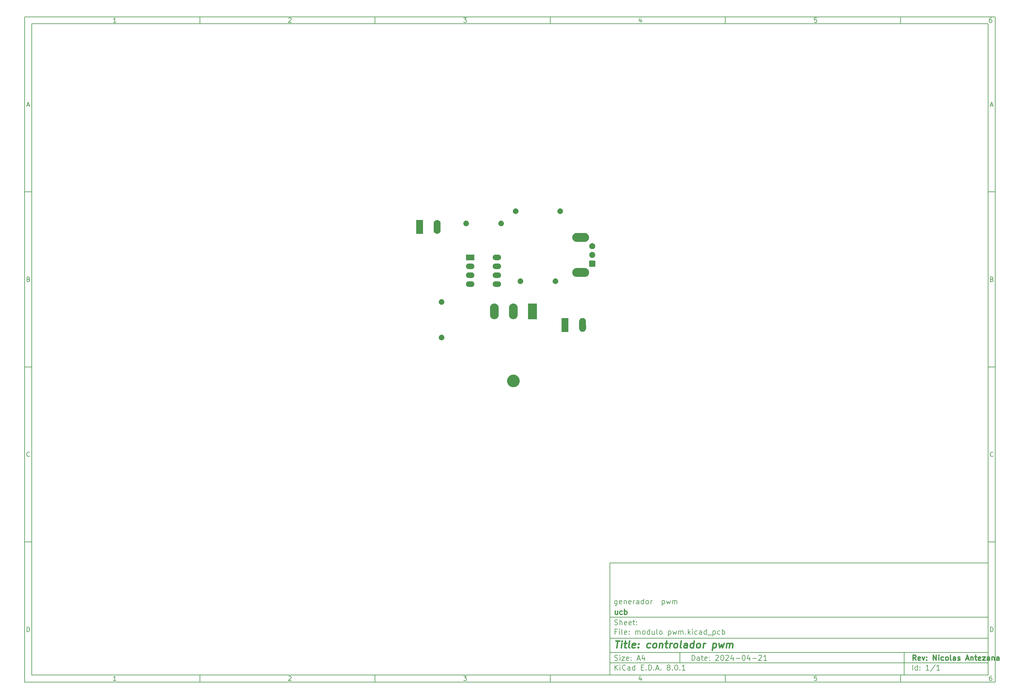
<source format=gbr>
%TF.GenerationSoftware,KiCad,Pcbnew,8.0.1*%
%TF.CreationDate,2024-04-21T23:09:34-04:00*%
%TF.ProjectId,modulo pwm,6d6f6475-6c6f-4207-9077-6d2e6b696361,Nicolas Antezana*%
%TF.SameCoordinates,Original*%
%TF.FileFunction,Soldermask,Bot*%
%TF.FilePolarity,Negative*%
%FSLAX46Y46*%
G04 Gerber Fmt 4.6, Leading zero omitted, Abs format (unit mm)*
G04 Created by KiCad (PCBNEW 8.0.1) date 2024-04-21 23:09:34*
%MOMM*%
%LPD*%
G01*
G04 APERTURE LIST*
%ADD10C,0.100000*%
%ADD11C,0.150000*%
%ADD12C,0.300000*%
%ADD13C,0.400000*%
G04 APERTURE END LIST*
D10*
D11*
X177002200Y-166007200D02*
X285002200Y-166007200D01*
X285002200Y-198007200D01*
X177002200Y-198007200D01*
X177002200Y-166007200D01*
D10*
D11*
X10000000Y-10000000D02*
X287002200Y-10000000D01*
X287002200Y-200007200D01*
X10000000Y-200007200D01*
X10000000Y-10000000D01*
D10*
D11*
X12000000Y-12000000D02*
X285002200Y-12000000D01*
X285002200Y-198007200D01*
X12000000Y-198007200D01*
X12000000Y-12000000D01*
D10*
D11*
X60000000Y-12000000D02*
X60000000Y-10000000D01*
D10*
D11*
X110000000Y-12000000D02*
X110000000Y-10000000D01*
D10*
D11*
X160000000Y-12000000D02*
X160000000Y-10000000D01*
D10*
D11*
X210000000Y-12000000D02*
X210000000Y-10000000D01*
D10*
D11*
X260000000Y-12000000D02*
X260000000Y-10000000D01*
D10*
D11*
X36089160Y-11593604D02*
X35346303Y-11593604D01*
X35717731Y-11593604D02*
X35717731Y-10293604D01*
X35717731Y-10293604D02*
X35593922Y-10479319D01*
X35593922Y-10479319D02*
X35470112Y-10603128D01*
X35470112Y-10603128D02*
X35346303Y-10665033D01*
D10*
D11*
X85346303Y-10417414D02*
X85408207Y-10355509D01*
X85408207Y-10355509D02*
X85532017Y-10293604D01*
X85532017Y-10293604D02*
X85841541Y-10293604D01*
X85841541Y-10293604D02*
X85965350Y-10355509D01*
X85965350Y-10355509D02*
X86027255Y-10417414D01*
X86027255Y-10417414D02*
X86089160Y-10541223D01*
X86089160Y-10541223D02*
X86089160Y-10665033D01*
X86089160Y-10665033D02*
X86027255Y-10850747D01*
X86027255Y-10850747D02*
X85284398Y-11593604D01*
X85284398Y-11593604D02*
X86089160Y-11593604D01*
D10*
D11*
X135284398Y-10293604D02*
X136089160Y-10293604D01*
X136089160Y-10293604D02*
X135655826Y-10788842D01*
X135655826Y-10788842D02*
X135841541Y-10788842D01*
X135841541Y-10788842D02*
X135965350Y-10850747D01*
X135965350Y-10850747D02*
X136027255Y-10912652D01*
X136027255Y-10912652D02*
X136089160Y-11036461D01*
X136089160Y-11036461D02*
X136089160Y-11345985D01*
X136089160Y-11345985D02*
X136027255Y-11469795D01*
X136027255Y-11469795D02*
X135965350Y-11531700D01*
X135965350Y-11531700D02*
X135841541Y-11593604D01*
X135841541Y-11593604D02*
X135470112Y-11593604D01*
X135470112Y-11593604D02*
X135346303Y-11531700D01*
X135346303Y-11531700D02*
X135284398Y-11469795D01*
D10*
D11*
X185965350Y-10726938D02*
X185965350Y-11593604D01*
X185655826Y-10231700D02*
X185346303Y-11160271D01*
X185346303Y-11160271D02*
X186151064Y-11160271D01*
D10*
D11*
X236027255Y-10293604D02*
X235408207Y-10293604D01*
X235408207Y-10293604D02*
X235346303Y-10912652D01*
X235346303Y-10912652D02*
X235408207Y-10850747D01*
X235408207Y-10850747D02*
X235532017Y-10788842D01*
X235532017Y-10788842D02*
X235841541Y-10788842D01*
X235841541Y-10788842D02*
X235965350Y-10850747D01*
X235965350Y-10850747D02*
X236027255Y-10912652D01*
X236027255Y-10912652D02*
X236089160Y-11036461D01*
X236089160Y-11036461D02*
X236089160Y-11345985D01*
X236089160Y-11345985D02*
X236027255Y-11469795D01*
X236027255Y-11469795D02*
X235965350Y-11531700D01*
X235965350Y-11531700D02*
X235841541Y-11593604D01*
X235841541Y-11593604D02*
X235532017Y-11593604D01*
X235532017Y-11593604D02*
X235408207Y-11531700D01*
X235408207Y-11531700D02*
X235346303Y-11469795D01*
D10*
D11*
X285965350Y-10293604D02*
X285717731Y-10293604D01*
X285717731Y-10293604D02*
X285593922Y-10355509D01*
X285593922Y-10355509D02*
X285532017Y-10417414D01*
X285532017Y-10417414D02*
X285408207Y-10603128D01*
X285408207Y-10603128D02*
X285346303Y-10850747D01*
X285346303Y-10850747D02*
X285346303Y-11345985D01*
X285346303Y-11345985D02*
X285408207Y-11469795D01*
X285408207Y-11469795D02*
X285470112Y-11531700D01*
X285470112Y-11531700D02*
X285593922Y-11593604D01*
X285593922Y-11593604D02*
X285841541Y-11593604D01*
X285841541Y-11593604D02*
X285965350Y-11531700D01*
X285965350Y-11531700D02*
X286027255Y-11469795D01*
X286027255Y-11469795D02*
X286089160Y-11345985D01*
X286089160Y-11345985D02*
X286089160Y-11036461D01*
X286089160Y-11036461D02*
X286027255Y-10912652D01*
X286027255Y-10912652D02*
X285965350Y-10850747D01*
X285965350Y-10850747D02*
X285841541Y-10788842D01*
X285841541Y-10788842D02*
X285593922Y-10788842D01*
X285593922Y-10788842D02*
X285470112Y-10850747D01*
X285470112Y-10850747D02*
X285408207Y-10912652D01*
X285408207Y-10912652D02*
X285346303Y-11036461D01*
D10*
D11*
X60000000Y-198007200D02*
X60000000Y-200007200D01*
D10*
D11*
X110000000Y-198007200D02*
X110000000Y-200007200D01*
D10*
D11*
X160000000Y-198007200D02*
X160000000Y-200007200D01*
D10*
D11*
X210000000Y-198007200D02*
X210000000Y-200007200D01*
D10*
D11*
X260000000Y-198007200D02*
X260000000Y-200007200D01*
D10*
D11*
X36089160Y-199600804D02*
X35346303Y-199600804D01*
X35717731Y-199600804D02*
X35717731Y-198300804D01*
X35717731Y-198300804D02*
X35593922Y-198486519D01*
X35593922Y-198486519D02*
X35470112Y-198610328D01*
X35470112Y-198610328D02*
X35346303Y-198672233D01*
D10*
D11*
X85346303Y-198424614D02*
X85408207Y-198362709D01*
X85408207Y-198362709D02*
X85532017Y-198300804D01*
X85532017Y-198300804D02*
X85841541Y-198300804D01*
X85841541Y-198300804D02*
X85965350Y-198362709D01*
X85965350Y-198362709D02*
X86027255Y-198424614D01*
X86027255Y-198424614D02*
X86089160Y-198548423D01*
X86089160Y-198548423D02*
X86089160Y-198672233D01*
X86089160Y-198672233D02*
X86027255Y-198857947D01*
X86027255Y-198857947D02*
X85284398Y-199600804D01*
X85284398Y-199600804D02*
X86089160Y-199600804D01*
D10*
D11*
X135284398Y-198300804D02*
X136089160Y-198300804D01*
X136089160Y-198300804D02*
X135655826Y-198796042D01*
X135655826Y-198796042D02*
X135841541Y-198796042D01*
X135841541Y-198796042D02*
X135965350Y-198857947D01*
X135965350Y-198857947D02*
X136027255Y-198919852D01*
X136027255Y-198919852D02*
X136089160Y-199043661D01*
X136089160Y-199043661D02*
X136089160Y-199353185D01*
X136089160Y-199353185D02*
X136027255Y-199476995D01*
X136027255Y-199476995D02*
X135965350Y-199538900D01*
X135965350Y-199538900D02*
X135841541Y-199600804D01*
X135841541Y-199600804D02*
X135470112Y-199600804D01*
X135470112Y-199600804D02*
X135346303Y-199538900D01*
X135346303Y-199538900D02*
X135284398Y-199476995D01*
D10*
D11*
X185965350Y-198734138D02*
X185965350Y-199600804D01*
X185655826Y-198238900D02*
X185346303Y-199167471D01*
X185346303Y-199167471D02*
X186151064Y-199167471D01*
D10*
D11*
X236027255Y-198300804D02*
X235408207Y-198300804D01*
X235408207Y-198300804D02*
X235346303Y-198919852D01*
X235346303Y-198919852D02*
X235408207Y-198857947D01*
X235408207Y-198857947D02*
X235532017Y-198796042D01*
X235532017Y-198796042D02*
X235841541Y-198796042D01*
X235841541Y-198796042D02*
X235965350Y-198857947D01*
X235965350Y-198857947D02*
X236027255Y-198919852D01*
X236027255Y-198919852D02*
X236089160Y-199043661D01*
X236089160Y-199043661D02*
X236089160Y-199353185D01*
X236089160Y-199353185D02*
X236027255Y-199476995D01*
X236027255Y-199476995D02*
X235965350Y-199538900D01*
X235965350Y-199538900D02*
X235841541Y-199600804D01*
X235841541Y-199600804D02*
X235532017Y-199600804D01*
X235532017Y-199600804D02*
X235408207Y-199538900D01*
X235408207Y-199538900D02*
X235346303Y-199476995D01*
D10*
D11*
X285965350Y-198300804D02*
X285717731Y-198300804D01*
X285717731Y-198300804D02*
X285593922Y-198362709D01*
X285593922Y-198362709D02*
X285532017Y-198424614D01*
X285532017Y-198424614D02*
X285408207Y-198610328D01*
X285408207Y-198610328D02*
X285346303Y-198857947D01*
X285346303Y-198857947D02*
X285346303Y-199353185D01*
X285346303Y-199353185D02*
X285408207Y-199476995D01*
X285408207Y-199476995D02*
X285470112Y-199538900D01*
X285470112Y-199538900D02*
X285593922Y-199600804D01*
X285593922Y-199600804D02*
X285841541Y-199600804D01*
X285841541Y-199600804D02*
X285965350Y-199538900D01*
X285965350Y-199538900D02*
X286027255Y-199476995D01*
X286027255Y-199476995D02*
X286089160Y-199353185D01*
X286089160Y-199353185D02*
X286089160Y-199043661D01*
X286089160Y-199043661D02*
X286027255Y-198919852D01*
X286027255Y-198919852D02*
X285965350Y-198857947D01*
X285965350Y-198857947D02*
X285841541Y-198796042D01*
X285841541Y-198796042D02*
X285593922Y-198796042D01*
X285593922Y-198796042D02*
X285470112Y-198857947D01*
X285470112Y-198857947D02*
X285408207Y-198919852D01*
X285408207Y-198919852D02*
X285346303Y-199043661D01*
D10*
D11*
X10000000Y-60000000D02*
X12000000Y-60000000D01*
D10*
D11*
X10000000Y-110000000D02*
X12000000Y-110000000D01*
D10*
D11*
X10000000Y-160000000D02*
X12000000Y-160000000D01*
D10*
D11*
X10690476Y-35222176D02*
X11309523Y-35222176D01*
X10566666Y-35593604D02*
X10999999Y-34293604D01*
X10999999Y-34293604D02*
X11433333Y-35593604D01*
D10*
D11*
X11092857Y-84912652D02*
X11278571Y-84974557D01*
X11278571Y-84974557D02*
X11340476Y-85036461D01*
X11340476Y-85036461D02*
X11402380Y-85160271D01*
X11402380Y-85160271D02*
X11402380Y-85345985D01*
X11402380Y-85345985D02*
X11340476Y-85469795D01*
X11340476Y-85469795D02*
X11278571Y-85531700D01*
X11278571Y-85531700D02*
X11154761Y-85593604D01*
X11154761Y-85593604D02*
X10659523Y-85593604D01*
X10659523Y-85593604D02*
X10659523Y-84293604D01*
X10659523Y-84293604D02*
X11092857Y-84293604D01*
X11092857Y-84293604D02*
X11216666Y-84355509D01*
X11216666Y-84355509D02*
X11278571Y-84417414D01*
X11278571Y-84417414D02*
X11340476Y-84541223D01*
X11340476Y-84541223D02*
X11340476Y-84665033D01*
X11340476Y-84665033D02*
X11278571Y-84788842D01*
X11278571Y-84788842D02*
X11216666Y-84850747D01*
X11216666Y-84850747D02*
X11092857Y-84912652D01*
X11092857Y-84912652D02*
X10659523Y-84912652D01*
D10*
D11*
X11402380Y-135469795D02*
X11340476Y-135531700D01*
X11340476Y-135531700D02*
X11154761Y-135593604D01*
X11154761Y-135593604D02*
X11030952Y-135593604D01*
X11030952Y-135593604D02*
X10845238Y-135531700D01*
X10845238Y-135531700D02*
X10721428Y-135407890D01*
X10721428Y-135407890D02*
X10659523Y-135284080D01*
X10659523Y-135284080D02*
X10597619Y-135036461D01*
X10597619Y-135036461D02*
X10597619Y-134850747D01*
X10597619Y-134850747D02*
X10659523Y-134603128D01*
X10659523Y-134603128D02*
X10721428Y-134479319D01*
X10721428Y-134479319D02*
X10845238Y-134355509D01*
X10845238Y-134355509D02*
X11030952Y-134293604D01*
X11030952Y-134293604D02*
X11154761Y-134293604D01*
X11154761Y-134293604D02*
X11340476Y-134355509D01*
X11340476Y-134355509D02*
X11402380Y-134417414D01*
D10*
D11*
X10659523Y-185593604D02*
X10659523Y-184293604D01*
X10659523Y-184293604D02*
X10969047Y-184293604D01*
X10969047Y-184293604D02*
X11154761Y-184355509D01*
X11154761Y-184355509D02*
X11278571Y-184479319D01*
X11278571Y-184479319D02*
X11340476Y-184603128D01*
X11340476Y-184603128D02*
X11402380Y-184850747D01*
X11402380Y-184850747D02*
X11402380Y-185036461D01*
X11402380Y-185036461D02*
X11340476Y-185284080D01*
X11340476Y-185284080D02*
X11278571Y-185407890D01*
X11278571Y-185407890D02*
X11154761Y-185531700D01*
X11154761Y-185531700D02*
X10969047Y-185593604D01*
X10969047Y-185593604D02*
X10659523Y-185593604D01*
D10*
D11*
X287002200Y-60000000D02*
X285002200Y-60000000D01*
D10*
D11*
X287002200Y-110000000D02*
X285002200Y-110000000D01*
D10*
D11*
X287002200Y-160000000D02*
X285002200Y-160000000D01*
D10*
D11*
X285692676Y-35222176D02*
X286311723Y-35222176D01*
X285568866Y-35593604D02*
X286002199Y-34293604D01*
X286002199Y-34293604D02*
X286435533Y-35593604D01*
D10*
D11*
X286095057Y-84912652D02*
X286280771Y-84974557D01*
X286280771Y-84974557D02*
X286342676Y-85036461D01*
X286342676Y-85036461D02*
X286404580Y-85160271D01*
X286404580Y-85160271D02*
X286404580Y-85345985D01*
X286404580Y-85345985D02*
X286342676Y-85469795D01*
X286342676Y-85469795D02*
X286280771Y-85531700D01*
X286280771Y-85531700D02*
X286156961Y-85593604D01*
X286156961Y-85593604D02*
X285661723Y-85593604D01*
X285661723Y-85593604D02*
X285661723Y-84293604D01*
X285661723Y-84293604D02*
X286095057Y-84293604D01*
X286095057Y-84293604D02*
X286218866Y-84355509D01*
X286218866Y-84355509D02*
X286280771Y-84417414D01*
X286280771Y-84417414D02*
X286342676Y-84541223D01*
X286342676Y-84541223D02*
X286342676Y-84665033D01*
X286342676Y-84665033D02*
X286280771Y-84788842D01*
X286280771Y-84788842D02*
X286218866Y-84850747D01*
X286218866Y-84850747D02*
X286095057Y-84912652D01*
X286095057Y-84912652D02*
X285661723Y-84912652D01*
D10*
D11*
X286404580Y-135469795D02*
X286342676Y-135531700D01*
X286342676Y-135531700D02*
X286156961Y-135593604D01*
X286156961Y-135593604D02*
X286033152Y-135593604D01*
X286033152Y-135593604D02*
X285847438Y-135531700D01*
X285847438Y-135531700D02*
X285723628Y-135407890D01*
X285723628Y-135407890D02*
X285661723Y-135284080D01*
X285661723Y-135284080D02*
X285599819Y-135036461D01*
X285599819Y-135036461D02*
X285599819Y-134850747D01*
X285599819Y-134850747D02*
X285661723Y-134603128D01*
X285661723Y-134603128D02*
X285723628Y-134479319D01*
X285723628Y-134479319D02*
X285847438Y-134355509D01*
X285847438Y-134355509D02*
X286033152Y-134293604D01*
X286033152Y-134293604D02*
X286156961Y-134293604D01*
X286156961Y-134293604D02*
X286342676Y-134355509D01*
X286342676Y-134355509D02*
X286404580Y-134417414D01*
D10*
D11*
X285661723Y-185593604D02*
X285661723Y-184293604D01*
X285661723Y-184293604D02*
X285971247Y-184293604D01*
X285971247Y-184293604D02*
X286156961Y-184355509D01*
X286156961Y-184355509D02*
X286280771Y-184479319D01*
X286280771Y-184479319D02*
X286342676Y-184603128D01*
X286342676Y-184603128D02*
X286404580Y-184850747D01*
X286404580Y-184850747D02*
X286404580Y-185036461D01*
X286404580Y-185036461D02*
X286342676Y-185284080D01*
X286342676Y-185284080D02*
X286280771Y-185407890D01*
X286280771Y-185407890D02*
X286156961Y-185531700D01*
X286156961Y-185531700D02*
X285971247Y-185593604D01*
X285971247Y-185593604D02*
X285661723Y-185593604D01*
D10*
D11*
X200458026Y-193793328D02*
X200458026Y-192293328D01*
X200458026Y-192293328D02*
X200815169Y-192293328D01*
X200815169Y-192293328D02*
X201029455Y-192364757D01*
X201029455Y-192364757D02*
X201172312Y-192507614D01*
X201172312Y-192507614D02*
X201243741Y-192650471D01*
X201243741Y-192650471D02*
X201315169Y-192936185D01*
X201315169Y-192936185D02*
X201315169Y-193150471D01*
X201315169Y-193150471D02*
X201243741Y-193436185D01*
X201243741Y-193436185D02*
X201172312Y-193579042D01*
X201172312Y-193579042D02*
X201029455Y-193721900D01*
X201029455Y-193721900D02*
X200815169Y-193793328D01*
X200815169Y-193793328D02*
X200458026Y-193793328D01*
X202600884Y-193793328D02*
X202600884Y-193007614D01*
X202600884Y-193007614D02*
X202529455Y-192864757D01*
X202529455Y-192864757D02*
X202386598Y-192793328D01*
X202386598Y-192793328D02*
X202100884Y-192793328D01*
X202100884Y-192793328D02*
X201958026Y-192864757D01*
X202600884Y-193721900D02*
X202458026Y-193793328D01*
X202458026Y-193793328D02*
X202100884Y-193793328D01*
X202100884Y-193793328D02*
X201958026Y-193721900D01*
X201958026Y-193721900D02*
X201886598Y-193579042D01*
X201886598Y-193579042D02*
X201886598Y-193436185D01*
X201886598Y-193436185D02*
X201958026Y-193293328D01*
X201958026Y-193293328D02*
X202100884Y-193221900D01*
X202100884Y-193221900D02*
X202458026Y-193221900D01*
X202458026Y-193221900D02*
X202600884Y-193150471D01*
X203100884Y-192793328D02*
X203672312Y-192793328D01*
X203315169Y-192293328D02*
X203315169Y-193579042D01*
X203315169Y-193579042D02*
X203386598Y-193721900D01*
X203386598Y-193721900D02*
X203529455Y-193793328D01*
X203529455Y-193793328D02*
X203672312Y-193793328D01*
X204743741Y-193721900D02*
X204600884Y-193793328D01*
X204600884Y-193793328D02*
X204315170Y-193793328D01*
X204315170Y-193793328D02*
X204172312Y-193721900D01*
X204172312Y-193721900D02*
X204100884Y-193579042D01*
X204100884Y-193579042D02*
X204100884Y-193007614D01*
X204100884Y-193007614D02*
X204172312Y-192864757D01*
X204172312Y-192864757D02*
X204315170Y-192793328D01*
X204315170Y-192793328D02*
X204600884Y-192793328D01*
X204600884Y-192793328D02*
X204743741Y-192864757D01*
X204743741Y-192864757D02*
X204815170Y-193007614D01*
X204815170Y-193007614D02*
X204815170Y-193150471D01*
X204815170Y-193150471D02*
X204100884Y-193293328D01*
X205458026Y-193650471D02*
X205529455Y-193721900D01*
X205529455Y-193721900D02*
X205458026Y-193793328D01*
X205458026Y-193793328D02*
X205386598Y-193721900D01*
X205386598Y-193721900D02*
X205458026Y-193650471D01*
X205458026Y-193650471D02*
X205458026Y-193793328D01*
X205458026Y-192864757D02*
X205529455Y-192936185D01*
X205529455Y-192936185D02*
X205458026Y-193007614D01*
X205458026Y-193007614D02*
X205386598Y-192936185D01*
X205386598Y-192936185D02*
X205458026Y-192864757D01*
X205458026Y-192864757D02*
X205458026Y-193007614D01*
X207243741Y-192436185D02*
X207315169Y-192364757D01*
X207315169Y-192364757D02*
X207458027Y-192293328D01*
X207458027Y-192293328D02*
X207815169Y-192293328D01*
X207815169Y-192293328D02*
X207958027Y-192364757D01*
X207958027Y-192364757D02*
X208029455Y-192436185D01*
X208029455Y-192436185D02*
X208100884Y-192579042D01*
X208100884Y-192579042D02*
X208100884Y-192721900D01*
X208100884Y-192721900D02*
X208029455Y-192936185D01*
X208029455Y-192936185D02*
X207172312Y-193793328D01*
X207172312Y-193793328D02*
X208100884Y-193793328D01*
X209029455Y-192293328D02*
X209172312Y-192293328D01*
X209172312Y-192293328D02*
X209315169Y-192364757D01*
X209315169Y-192364757D02*
X209386598Y-192436185D01*
X209386598Y-192436185D02*
X209458026Y-192579042D01*
X209458026Y-192579042D02*
X209529455Y-192864757D01*
X209529455Y-192864757D02*
X209529455Y-193221900D01*
X209529455Y-193221900D02*
X209458026Y-193507614D01*
X209458026Y-193507614D02*
X209386598Y-193650471D01*
X209386598Y-193650471D02*
X209315169Y-193721900D01*
X209315169Y-193721900D02*
X209172312Y-193793328D01*
X209172312Y-193793328D02*
X209029455Y-193793328D01*
X209029455Y-193793328D02*
X208886598Y-193721900D01*
X208886598Y-193721900D02*
X208815169Y-193650471D01*
X208815169Y-193650471D02*
X208743740Y-193507614D01*
X208743740Y-193507614D02*
X208672312Y-193221900D01*
X208672312Y-193221900D02*
X208672312Y-192864757D01*
X208672312Y-192864757D02*
X208743740Y-192579042D01*
X208743740Y-192579042D02*
X208815169Y-192436185D01*
X208815169Y-192436185D02*
X208886598Y-192364757D01*
X208886598Y-192364757D02*
X209029455Y-192293328D01*
X210100883Y-192436185D02*
X210172311Y-192364757D01*
X210172311Y-192364757D02*
X210315169Y-192293328D01*
X210315169Y-192293328D02*
X210672311Y-192293328D01*
X210672311Y-192293328D02*
X210815169Y-192364757D01*
X210815169Y-192364757D02*
X210886597Y-192436185D01*
X210886597Y-192436185D02*
X210958026Y-192579042D01*
X210958026Y-192579042D02*
X210958026Y-192721900D01*
X210958026Y-192721900D02*
X210886597Y-192936185D01*
X210886597Y-192936185D02*
X210029454Y-193793328D01*
X210029454Y-193793328D02*
X210958026Y-193793328D01*
X212243740Y-192793328D02*
X212243740Y-193793328D01*
X211886597Y-192221900D02*
X211529454Y-193293328D01*
X211529454Y-193293328D02*
X212458025Y-193293328D01*
X213029453Y-193221900D02*
X214172311Y-193221900D01*
X215172311Y-192293328D02*
X215315168Y-192293328D01*
X215315168Y-192293328D02*
X215458025Y-192364757D01*
X215458025Y-192364757D02*
X215529454Y-192436185D01*
X215529454Y-192436185D02*
X215600882Y-192579042D01*
X215600882Y-192579042D02*
X215672311Y-192864757D01*
X215672311Y-192864757D02*
X215672311Y-193221900D01*
X215672311Y-193221900D02*
X215600882Y-193507614D01*
X215600882Y-193507614D02*
X215529454Y-193650471D01*
X215529454Y-193650471D02*
X215458025Y-193721900D01*
X215458025Y-193721900D02*
X215315168Y-193793328D01*
X215315168Y-193793328D02*
X215172311Y-193793328D01*
X215172311Y-193793328D02*
X215029454Y-193721900D01*
X215029454Y-193721900D02*
X214958025Y-193650471D01*
X214958025Y-193650471D02*
X214886596Y-193507614D01*
X214886596Y-193507614D02*
X214815168Y-193221900D01*
X214815168Y-193221900D02*
X214815168Y-192864757D01*
X214815168Y-192864757D02*
X214886596Y-192579042D01*
X214886596Y-192579042D02*
X214958025Y-192436185D01*
X214958025Y-192436185D02*
X215029454Y-192364757D01*
X215029454Y-192364757D02*
X215172311Y-192293328D01*
X216958025Y-192793328D02*
X216958025Y-193793328D01*
X216600882Y-192221900D02*
X216243739Y-193293328D01*
X216243739Y-193293328D02*
X217172310Y-193293328D01*
X217743738Y-193221900D02*
X218886596Y-193221900D01*
X219529453Y-192436185D02*
X219600881Y-192364757D01*
X219600881Y-192364757D02*
X219743739Y-192293328D01*
X219743739Y-192293328D02*
X220100881Y-192293328D01*
X220100881Y-192293328D02*
X220243739Y-192364757D01*
X220243739Y-192364757D02*
X220315167Y-192436185D01*
X220315167Y-192436185D02*
X220386596Y-192579042D01*
X220386596Y-192579042D02*
X220386596Y-192721900D01*
X220386596Y-192721900D02*
X220315167Y-192936185D01*
X220315167Y-192936185D02*
X219458024Y-193793328D01*
X219458024Y-193793328D02*
X220386596Y-193793328D01*
X221815167Y-193793328D02*
X220958024Y-193793328D01*
X221386595Y-193793328D02*
X221386595Y-192293328D01*
X221386595Y-192293328D02*
X221243738Y-192507614D01*
X221243738Y-192507614D02*
X221100881Y-192650471D01*
X221100881Y-192650471D02*
X220958024Y-192721900D01*
D10*
D11*
X177002200Y-194507200D02*
X285002200Y-194507200D01*
D10*
D11*
X178458026Y-196593328D02*
X178458026Y-195093328D01*
X179315169Y-196593328D02*
X178672312Y-195736185D01*
X179315169Y-195093328D02*
X178458026Y-195950471D01*
X179958026Y-196593328D02*
X179958026Y-195593328D01*
X179958026Y-195093328D02*
X179886598Y-195164757D01*
X179886598Y-195164757D02*
X179958026Y-195236185D01*
X179958026Y-195236185D02*
X180029455Y-195164757D01*
X180029455Y-195164757D02*
X179958026Y-195093328D01*
X179958026Y-195093328D02*
X179958026Y-195236185D01*
X181529455Y-196450471D02*
X181458027Y-196521900D01*
X181458027Y-196521900D02*
X181243741Y-196593328D01*
X181243741Y-196593328D02*
X181100884Y-196593328D01*
X181100884Y-196593328D02*
X180886598Y-196521900D01*
X180886598Y-196521900D02*
X180743741Y-196379042D01*
X180743741Y-196379042D02*
X180672312Y-196236185D01*
X180672312Y-196236185D02*
X180600884Y-195950471D01*
X180600884Y-195950471D02*
X180600884Y-195736185D01*
X180600884Y-195736185D02*
X180672312Y-195450471D01*
X180672312Y-195450471D02*
X180743741Y-195307614D01*
X180743741Y-195307614D02*
X180886598Y-195164757D01*
X180886598Y-195164757D02*
X181100884Y-195093328D01*
X181100884Y-195093328D02*
X181243741Y-195093328D01*
X181243741Y-195093328D02*
X181458027Y-195164757D01*
X181458027Y-195164757D02*
X181529455Y-195236185D01*
X182815170Y-196593328D02*
X182815170Y-195807614D01*
X182815170Y-195807614D02*
X182743741Y-195664757D01*
X182743741Y-195664757D02*
X182600884Y-195593328D01*
X182600884Y-195593328D02*
X182315170Y-195593328D01*
X182315170Y-195593328D02*
X182172312Y-195664757D01*
X182815170Y-196521900D02*
X182672312Y-196593328D01*
X182672312Y-196593328D02*
X182315170Y-196593328D01*
X182315170Y-196593328D02*
X182172312Y-196521900D01*
X182172312Y-196521900D02*
X182100884Y-196379042D01*
X182100884Y-196379042D02*
X182100884Y-196236185D01*
X182100884Y-196236185D02*
X182172312Y-196093328D01*
X182172312Y-196093328D02*
X182315170Y-196021900D01*
X182315170Y-196021900D02*
X182672312Y-196021900D01*
X182672312Y-196021900D02*
X182815170Y-195950471D01*
X184172313Y-196593328D02*
X184172313Y-195093328D01*
X184172313Y-196521900D02*
X184029455Y-196593328D01*
X184029455Y-196593328D02*
X183743741Y-196593328D01*
X183743741Y-196593328D02*
X183600884Y-196521900D01*
X183600884Y-196521900D02*
X183529455Y-196450471D01*
X183529455Y-196450471D02*
X183458027Y-196307614D01*
X183458027Y-196307614D02*
X183458027Y-195879042D01*
X183458027Y-195879042D02*
X183529455Y-195736185D01*
X183529455Y-195736185D02*
X183600884Y-195664757D01*
X183600884Y-195664757D02*
X183743741Y-195593328D01*
X183743741Y-195593328D02*
X184029455Y-195593328D01*
X184029455Y-195593328D02*
X184172313Y-195664757D01*
X186029455Y-195807614D02*
X186529455Y-195807614D01*
X186743741Y-196593328D02*
X186029455Y-196593328D01*
X186029455Y-196593328D02*
X186029455Y-195093328D01*
X186029455Y-195093328D02*
X186743741Y-195093328D01*
X187386598Y-196450471D02*
X187458027Y-196521900D01*
X187458027Y-196521900D02*
X187386598Y-196593328D01*
X187386598Y-196593328D02*
X187315170Y-196521900D01*
X187315170Y-196521900D02*
X187386598Y-196450471D01*
X187386598Y-196450471D02*
X187386598Y-196593328D01*
X188100884Y-196593328D02*
X188100884Y-195093328D01*
X188100884Y-195093328D02*
X188458027Y-195093328D01*
X188458027Y-195093328D02*
X188672313Y-195164757D01*
X188672313Y-195164757D02*
X188815170Y-195307614D01*
X188815170Y-195307614D02*
X188886599Y-195450471D01*
X188886599Y-195450471D02*
X188958027Y-195736185D01*
X188958027Y-195736185D02*
X188958027Y-195950471D01*
X188958027Y-195950471D02*
X188886599Y-196236185D01*
X188886599Y-196236185D02*
X188815170Y-196379042D01*
X188815170Y-196379042D02*
X188672313Y-196521900D01*
X188672313Y-196521900D02*
X188458027Y-196593328D01*
X188458027Y-196593328D02*
X188100884Y-196593328D01*
X189600884Y-196450471D02*
X189672313Y-196521900D01*
X189672313Y-196521900D02*
X189600884Y-196593328D01*
X189600884Y-196593328D02*
X189529456Y-196521900D01*
X189529456Y-196521900D02*
X189600884Y-196450471D01*
X189600884Y-196450471D02*
X189600884Y-196593328D01*
X190243742Y-196164757D02*
X190958028Y-196164757D01*
X190100885Y-196593328D02*
X190600885Y-195093328D01*
X190600885Y-195093328D02*
X191100885Y-196593328D01*
X191600884Y-196450471D02*
X191672313Y-196521900D01*
X191672313Y-196521900D02*
X191600884Y-196593328D01*
X191600884Y-196593328D02*
X191529456Y-196521900D01*
X191529456Y-196521900D02*
X191600884Y-196450471D01*
X191600884Y-196450471D02*
X191600884Y-196593328D01*
X193672313Y-195736185D02*
X193529456Y-195664757D01*
X193529456Y-195664757D02*
X193458027Y-195593328D01*
X193458027Y-195593328D02*
X193386599Y-195450471D01*
X193386599Y-195450471D02*
X193386599Y-195379042D01*
X193386599Y-195379042D02*
X193458027Y-195236185D01*
X193458027Y-195236185D02*
X193529456Y-195164757D01*
X193529456Y-195164757D02*
X193672313Y-195093328D01*
X193672313Y-195093328D02*
X193958027Y-195093328D01*
X193958027Y-195093328D02*
X194100885Y-195164757D01*
X194100885Y-195164757D02*
X194172313Y-195236185D01*
X194172313Y-195236185D02*
X194243742Y-195379042D01*
X194243742Y-195379042D02*
X194243742Y-195450471D01*
X194243742Y-195450471D02*
X194172313Y-195593328D01*
X194172313Y-195593328D02*
X194100885Y-195664757D01*
X194100885Y-195664757D02*
X193958027Y-195736185D01*
X193958027Y-195736185D02*
X193672313Y-195736185D01*
X193672313Y-195736185D02*
X193529456Y-195807614D01*
X193529456Y-195807614D02*
X193458027Y-195879042D01*
X193458027Y-195879042D02*
X193386599Y-196021900D01*
X193386599Y-196021900D02*
X193386599Y-196307614D01*
X193386599Y-196307614D02*
X193458027Y-196450471D01*
X193458027Y-196450471D02*
X193529456Y-196521900D01*
X193529456Y-196521900D02*
X193672313Y-196593328D01*
X193672313Y-196593328D02*
X193958027Y-196593328D01*
X193958027Y-196593328D02*
X194100885Y-196521900D01*
X194100885Y-196521900D02*
X194172313Y-196450471D01*
X194172313Y-196450471D02*
X194243742Y-196307614D01*
X194243742Y-196307614D02*
X194243742Y-196021900D01*
X194243742Y-196021900D02*
X194172313Y-195879042D01*
X194172313Y-195879042D02*
X194100885Y-195807614D01*
X194100885Y-195807614D02*
X193958027Y-195736185D01*
X194886598Y-196450471D02*
X194958027Y-196521900D01*
X194958027Y-196521900D02*
X194886598Y-196593328D01*
X194886598Y-196593328D02*
X194815170Y-196521900D01*
X194815170Y-196521900D02*
X194886598Y-196450471D01*
X194886598Y-196450471D02*
X194886598Y-196593328D01*
X195886599Y-195093328D02*
X196029456Y-195093328D01*
X196029456Y-195093328D02*
X196172313Y-195164757D01*
X196172313Y-195164757D02*
X196243742Y-195236185D01*
X196243742Y-195236185D02*
X196315170Y-195379042D01*
X196315170Y-195379042D02*
X196386599Y-195664757D01*
X196386599Y-195664757D02*
X196386599Y-196021900D01*
X196386599Y-196021900D02*
X196315170Y-196307614D01*
X196315170Y-196307614D02*
X196243742Y-196450471D01*
X196243742Y-196450471D02*
X196172313Y-196521900D01*
X196172313Y-196521900D02*
X196029456Y-196593328D01*
X196029456Y-196593328D02*
X195886599Y-196593328D01*
X195886599Y-196593328D02*
X195743742Y-196521900D01*
X195743742Y-196521900D02*
X195672313Y-196450471D01*
X195672313Y-196450471D02*
X195600884Y-196307614D01*
X195600884Y-196307614D02*
X195529456Y-196021900D01*
X195529456Y-196021900D02*
X195529456Y-195664757D01*
X195529456Y-195664757D02*
X195600884Y-195379042D01*
X195600884Y-195379042D02*
X195672313Y-195236185D01*
X195672313Y-195236185D02*
X195743742Y-195164757D01*
X195743742Y-195164757D02*
X195886599Y-195093328D01*
X197029455Y-196450471D02*
X197100884Y-196521900D01*
X197100884Y-196521900D02*
X197029455Y-196593328D01*
X197029455Y-196593328D02*
X196958027Y-196521900D01*
X196958027Y-196521900D02*
X197029455Y-196450471D01*
X197029455Y-196450471D02*
X197029455Y-196593328D01*
X198529456Y-196593328D02*
X197672313Y-196593328D01*
X198100884Y-196593328D02*
X198100884Y-195093328D01*
X198100884Y-195093328D02*
X197958027Y-195307614D01*
X197958027Y-195307614D02*
X197815170Y-195450471D01*
X197815170Y-195450471D02*
X197672313Y-195521900D01*
D10*
D11*
X177002200Y-191507200D02*
X285002200Y-191507200D01*
D10*
D12*
X264413853Y-193785528D02*
X263913853Y-193071242D01*
X263556710Y-193785528D02*
X263556710Y-192285528D01*
X263556710Y-192285528D02*
X264128139Y-192285528D01*
X264128139Y-192285528D02*
X264270996Y-192356957D01*
X264270996Y-192356957D02*
X264342425Y-192428385D01*
X264342425Y-192428385D02*
X264413853Y-192571242D01*
X264413853Y-192571242D02*
X264413853Y-192785528D01*
X264413853Y-192785528D02*
X264342425Y-192928385D01*
X264342425Y-192928385D02*
X264270996Y-192999814D01*
X264270996Y-192999814D02*
X264128139Y-193071242D01*
X264128139Y-193071242D02*
X263556710Y-193071242D01*
X265628139Y-193714100D02*
X265485282Y-193785528D01*
X265485282Y-193785528D02*
X265199568Y-193785528D01*
X265199568Y-193785528D02*
X265056710Y-193714100D01*
X265056710Y-193714100D02*
X264985282Y-193571242D01*
X264985282Y-193571242D02*
X264985282Y-192999814D01*
X264985282Y-192999814D02*
X265056710Y-192856957D01*
X265056710Y-192856957D02*
X265199568Y-192785528D01*
X265199568Y-192785528D02*
X265485282Y-192785528D01*
X265485282Y-192785528D02*
X265628139Y-192856957D01*
X265628139Y-192856957D02*
X265699568Y-192999814D01*
X265699568Y-192999814D02*
X265699568Y-193142671D01*
X265699568Y-193142671D02*
X264985282Y-193285528D01*
X266199567Y-192785528D02*
X266556710Y-193785528D01*
X266556710Y-193785528D02*
X266913853Y-192785528D01*
X267485281Y-193642671D02*
X267556710Y-193714100D01*
X267556710Y-193714100D02*
X267485281Y-193785528D01*
X267485281Y-193785528D02*
X267413853Y-193714100D01*
X267413853Y-193714100D02*
X267485281Y-193642671D01*
X267485281Y-193642671D02*
X267485281Y-193785528D01*
X267485281Y-192856957D02*
X267556710Y-192928385D01*
X267556710Y-192928385D02*
X267485281Y-192999814D01*
X267485281Y-192999814D02*
X267413853Y-192928385D01*
X267413853Y-192928385D02*
X267485281Y-192856957D01*
X267485281Y-192856957D02*
X267485281Y-192999814D01*
X269342424Y-193785528D02*
X269342424Y-192285528D01*
X269342424Y-192285528D02*
X270199567Y-193785528D01*
X270199567Y-193785528D02*
X270199567Y-192285528D01*
X270913853Y-193785528D02*
X270913853Y-192785528D01*
X270913853Y-192285528D02*
X270842425Y-192356957D01*
X270842425Y-192356957D02*
X270913853Y-192428385D01*
X270913853Y-192428385D02*
X270985282Y-192356957D01*
X270985282Y-192356957D02*
X270913853Y-192285528D01*
X270913853Y-192285528D02*
X270913853Y-192428385D01*
X272270997Y-193714100D02*
X272128139Y-193785528D01*
X272128139Y-193785528D02*
X271842425Y-193785528D01*
X271842425Y-193785528D02*
X271699568Y-193714100D01*
X271699568Y-193714100D02*
X271628139Y-193642671D01*
X271628139Y-193642671D02*
X271556711Y-193499814D01*
X271556711Y-193499814D02*
X271556711Y-193071242D01*
X271556711Y-193071242D02*
X271628139Y-192928385D01*
X271628139Y-192928385D02*
X271699568Y-192856957D01*
X271699568Y-192856957D02*
X271842425Y-192785528D01*
X271842425Y-192785528D02*
X272128139Y-192785528D01*
X272128139Y-192785528D02*
X272270997Y-192856957D01*
X273128139Y-193785528D02*
X272985282Y-193714100D01*
X272985282Y-193714100D02*
X272913853Y-193642671D01*
X272913853Y-193642671D02*
X272842425Y-193499814D01*
X272842425Y-193499814D02*
X272842425Y-193071242D01*
X272842425Y-193071242D02*
X272913853Y-192928385D01*
X272913853Y-192928385D02*
X272985282Y-192856957D01*
X272985282Y-192856957D02*
X273128139Y-192785528D01*
X273128139Y-192785528D02*
X273342425Y-192785528D01*
X273342425Y-192785528D02*
X273485282Y-192856957D01*
X273485282Y-192856957D02*
X273556711Y-192928385D01*
X273556711Y-192928385D02*
X273628139Y-193071242D01*
X273628139Y-193071242D02*
X273628139Y-193499814D01*
X273628139Y-193499814D02*
X273556711Y-193642671D01*
X273556711Y-193642671D02*
X273485282Y-193714100D01*
X273485282Y-193714100D02*
X273342425Y-193785528D01*
X273342425Y-193785528D02*
X273128139Y-193785528D01*
X274485282Y-193785528D02*
X274342425Y-193714100D01*
X274342425Y-193714100D02*
X274270996Y-193571242D01*
X274270996Y-193571242D02*
X274270996Y-192285528D01*
X275699568Y-193785528D02*
X275699568Y-192999814D01*
X275699568Y-192999814D02*
X275628139Y-192856957D01*
X275628139Y-192856957D02*
X275485282Y-192785528D01*
X275485282Y-192785528D02*
X275199568Y-192785528D01*
X275199568Y-192785528D02*
X275056710Y-192856957D01*
X275699568Y-193714100D02*
X275556710Y-193785528D01*
X275556710Y-193785528D02*
X275199568Y-193785528D01*
X275199568Y-193785528D02*
X275056710Y-193714100D01*
X275056710Y-193714100D02*
X274985282Y-193571242D01*
X274985282Y-193571242D02*
X274985282Y-193428385D01*
X274985282Y-193428385D02*
X275056710Y-193285528D01*
X275056710Y-193285528D02*
X275199568Y-193214100D01*
X275199568Y-193214100D02*
X275556710Y-193214100D01*
X275556710Y-193214100D02*
X275699568Y-193142671D01*
X276342425Y-193714100D02*
X276485282Y-193785528D01*
X276485282Y-193785528D02*
X276770996Y-193785528D01*
X276770996Y-193785528D02*
X276913853Y-193714100D01*
X276913853Y-193714100D02*
X276985282Y-193571242D01*
X276985282Y-193571242D02*
X276985282Y-193499814D01*
X276985282Y-193499814D02*
X276913853Y-193356957D01*
X276913853Y-193356957D02*
X276770996Y-193285528D01*
X276770996Y-193285528D02*
X276556711Y-193285528D01*
X276556711Y-193285528D02*
X276413853Y-193214100D01*
X276413853Y-193214100D02*
X276342425Y-193071242D01*
X276342425Y-193071242D02*
X276342425Y-192999814D01*
X276342425Y-192999814D02*
X276413853Y-192856957D01*
X276413853Y-192856957D02*
X276556711Y-192785528D01*
X276556711Y-192785528D02*
X276770996Y-192785528D01*
X276770996Y-192785528D02*
X276913853Y-192856957D01*
X278699568Y-193356957D02*
X279413854Y-193356957D01*
X278556711Y-193785528D02*
X279056711Y-192285528D01*
X279056711Y-192285528D02*
X279556711Y-193785528D01*
X280056710Y-192785528D02*
X280056710Y-193785528D01*
X280056710Y-192928385D02*
X280128139Y-192856957D01*
X280128139Y-192856957D02*
X280270996Y-192785528D01*
X280270996Y-192785528D02*
X280485282Y-192785528D01*
X280485282Y-192785528D02*
X280628139Y-192856957D01*
X280628139Y-192856957D02*
X280699568Y-192999814D01*
X280699568Y-192999814D02*
X280699568Y-193785528D01*
X281199568Y-192785528D02*
X281770996Y-192785528D01*
X281413853Y-192285528D02*
X281413853Y-193571242D01*
X281413853Y-193571242D02*
X281485282Y-193714100D01*
X281485282Y-193714100D02*
X281628139Y-193785528D01*
X281628139Y-193785528D02*
X281770996Y-193785528D01*
X282842425Y-193714100D02*
X282699568Y-193785528D01*
X282699568Y-193785528D02*
X282413854Y-193785528D01*
X282413854Y-193785528D02*
X282270996Y-193714100D01*
X282270996Y-193714100D02*
X282199568Y-193571242D01*
X282199568Y-193571242D02*
X282199568Y-192999814D01*
X282199568Y-192999814D02*
X282270996Y-192856957D01*
X282270996Y-192856957D02*
X282413854Y-192785528D01*
X282413854Y-192785528D02*
X282699568Y-192785528D01*
X282699568Y-192785528D02*
X282842425Y-192856957D01*
X282842425Y-192856957D02*
X282913854Y-192999814D01*
X282913854Y-192999814D02*
X282913854Y-193142671D01*
X282913854Y-193142671D02*
X282199568Y-193285528D01*
X283413853Y-192785528D02*
X284199568Y-192785528D01*
X284199568Y-192785528D02*
X283413853Y-193785528D01*
X283413853Y-193785528D02*
X284199568Y-193785528D01*
X285413854Y-193785528D02*
X285413854Y-192999814D01*
X285413854Y-192999814D02*
X285342425Y-192856957D01*
X285342425Y-192856957D02*
X285199568Y-192785528D01*
X285199568Y-192785528D02*
X284913854Y-192785528D01*
X284913854Y-192785528D02*
X284770996Y-192856957D01*
X285413854Y-193714100D02*
X285270996Y-193785528D01*
X285270996Y-193785528D02*
X284913854Y-193785528D01*
X284913854Y-193785528D02*
X284770996Y-193714100D01*
X284770996Y-193714100D02*
X284699568Y-193571242D01*
X284699568Y-193571242D02*
X284699568Y-193428385D01*
X284699568Y-193428385D02*
X284770996Y-193285528D01*
X284770996Y-193285528D02*
X284913854Y-193214100D01*
X284913854Y-193214100D02*
X285270996Y-193214100D01*
X285270996Y-193214100D02*
X285413854Y-193142671D01*
X286128139Y-192785528D02*
X286128139Y-193785528D01*
X286128139Y-192928385D02*
X286199568Y-192856957D01*
X286199568Y-192856957D02*
X286342425Y-192785528D01*
X286342425Y-192785528D02*
X286556711Y-192785528D01*
X286556711Y-192785528D02*
X286699568Y-192856957D01*
X286699568Y-192856957D02*
X286770997Y-192999814D01*
X286770997Y-192999814D02*
X286770997Y-193785528D01*
X288128140Y-193785528D02*
X288128140Y-192999814D01*
X288128140Y-192999814D02*
X288056711Y-192856957D01*
X288056711Y-192856957D02*
X287913854Y-192785528D01*
X287913854Y-192785528D02*
X287628140Y-192785528D01*
X287628140Y-192785528D02*
X287485282Y-192856957D01*
X288128140Y-193714100D02*
X287985282Y-193785528D01*
X287985282Y-193785528D02*
X287628140Y-193785528D01*
X287628140Y-193785528D02*
X287485282Y-193714100D01*
X287485282Y-193714100D02*
X287413854Y-193571242D01*
X287413854Y-193571242D02*
X287413854Y-193428385D01*
X287413854Y-193428385D02*
X287485282Y-193285528D01*
X287485282Y-193285528D02*
X287628140Y-193214100D01*
X287628140Y-193214100D02*
X287985282Y-193214100D01*
X287985282Y-193214100D02*
X288128140Y-193142671D01*
D10*
D11*
X178386598Y-193721900D02*
X178600884Y-193793328D01*
X178600884Y-193793328D02*
X178958026Y-193793328D01*
X178958026Y-193793328D02*
X179100884Y-193721900D01*
X179100884Y-193721900D02*
X179172312Y-193650471D01*
X179172312Y-193650471D02*
X179243741Y-193507614D01*
X179243741Y-193507614D02*
X179243741Y-193364757D01*
X179243741Y-193364757D02*
X179172312Y-193221900D01*
X179172312Y-193221900D02*
X179100884Y-193150471D01*
X179100884Y-193150471D02*
X178958026Y-193079042D01*
X178958026Y-193079042D02*
X178672312Y-193007614D01*
X178672312Y-193007614D02*
X178529455Y-192936185D01*
X178529455Y-192936185D02*
X178458026Y-192864757D01*
X178458026Y-192864757D02*
X178386598Y-192721900D01*
X178386598Y-192721900D02*
X178386598Y-192579042D01*
X178386598Y-192579042D02*
X178458026Y-192436185D01*
X178458026Y-192436185D02*
X178529455Y-192364757D01*
X178529455Y-192364757D02*
X178672312Y-192293328D01*
X178672312Y-192293328D02*
X179029455Y-192293328D01*
X179029455Y-192293328D02*
X179243741Y-192364757D01*
X179886597Y-193793328D02*
X179886597Y-192793328D01*
X179886597Y-192293328D02*
X179815169Y-192364757D01*
X179815169Y-192364757D02*
X179886597Y-192436185D01*
X179886597Y-192436185D02*
X179958026Y-192364757D01*
X179958026Y-192364757D02*
X179886597Y-192293328D01*
X179886597Y-192293328D02*
X179886597Y-192436185D01*
X180458026Y-192793328D02*
X181243741Y-192793328D01*
X181243741Y-192793328D02*
X180458026Y-193793328D01*
X180458026Y-193793328D02*
X181243741Y-193793328D01*
X182386598Y-193721900D02*
X182243741Y-193793328D01*
X182243741Y-193793328D02*
X181958027Y-193793328D01*
X181958027Y-193793328D02*
X181815169Y-193721900D01*
X181815169Y-193721900D02*
X181743741Y-193579042D01*
X181743741Y-193579042D02*
X181743741Y-193007614D01*
X181743741Y-193007614D02*
X181815169Y-192864757D01*
X181815169Y-192864757D02*
X181958027Y-192793328D01*
X181958027Y-192793328D02*
X182243741Y-192793328D01*
X182243741Y-192793328D02*
X182386598Y-192864757D01*
X182386598Y-192864757D02*
X182458027Y-193007614D01*
X182458027Y-193007614D02*
X182458027Y-193150471D01*
X182458027Y-193150471D02*
X181743741Y-193293328D01*
X183100883Y-193650471D02*
X183172312Y-193721900D01*
X183172312Y-193721900D02*
X183100883Y-193793328D01*
X183100883Y-193793328D02*
X183029455Y-193721900D01*
X183029455Y-193721900D02*
X183100883Y-193650471D01*
X183100883Y-193650471D02*
X183100883Y-193793328D01*
X183100883Y-192864757D02*
X183172312Y-192936185D01*
X183172312Y-192936185D02*
X183100883Y-193007614D01*
X183100883Y-193007614D02*
X183029455Y-192936185D01*
X183029455Y-192936185D02*
X183100883Y-192864757D01*
X183100883Y-192864757D02*
X183100883Y-193007614D01*
X184886598Y-193364757D02*
X185600884Y-193364757D01*
X184743741Y-193793328D02*
X185243741Y-192293328D01*
X185243741Y-192293328D02*
X185743741Y-193793328D01*
X186886598Y-192793328D02*
X186886598Y-193793328D01*
X186529455Y-192221900D02*
X186172312Y-193293328D01*
X186172312Y-193293328D02*
X187100883Y-193293328D01*
D10*
D11*
X263458026Y-196593328D02*
X263458026Y-195093328D01*
X264815170Y-196593328D02*
X264815170Y-195093328D01*
X264815170Y-196521900D02*
X264672312Y-196593328D01*
X264672312Y-196593328D02*
X264386598Y-196593328D01*
X264386598Y-196593328D02*
X264243741Y-196521900D01*
X264243741Y-196521900D02*
X264172312Y-196450471D01*
X264172312Y-196450471D02*
X264100884Y-196307614D01*
X264100884Y-196307614D02*
X264100884Y-195879042D01*
X264100884Y-195879042D02*
X264172312Y-195736185D01*
X264172312Y-195736185D02*
X264243741Y-195664757D01*
X264243741Y-195664757D02*
X264386598Y-195593328D01*
X264386598Y-195593328D02*
X264672312Y-195593328D01*
X264672312Y-195593328D02*
X264815170Y-195664757D01*
X265529455Y-196450471D02*
X265600884Y-196521900D01*
X265600884Y-196521900D02*
X265529455Y-196593328D01*
X265529455Y-196593328D02*
X265458027Y-196521900D01*
X265458027Y-196521900D02*
X265529455Y-196450471D01*
X265529455Y-196450471D02*
X265529455Y-196593328D01*
X265529455Y-195664757D02*
X265600884Y-195736185D01*
X265600884Y-195736185D02*
X265529455Y-195807614D01*
X265529455Y-195807614D02*
X265458027Y-195736185D01*
X265458027Y-195736185D02*
X265529455Y-195664757D01*
X265529455Y-195664757D02*
X265529455Y-195807614D01*
X268172313Y-196593328D02*
X267315170Y-196593328D01*
X267743741Y-196593328D02*
X267743741Y-195093328D01*
X267743741Y-195093328D02*
X267600884Y-195307614D01*
X267600884Y-195307614D02*
X267458027Y-195450471D01*
X267458027Y-195450471D02*
X267315170Y-195521900D01*
X269886598Y-195021900D02*
X268600884Y-196950471D01*
X271172313Y-196593328D02*
X270315170Y-196593328D01*
X270743741Y-196593328D02*
X270743741Y-195093328D01*
X270743741Y-195093328D02*
X270600884Y-195307614D01*
X270600884Y-195307614D02*
X270458027Y-195450471D01*
X270458027Y-195450471D02*
X270315170Y-195521900D01*
D10*
D11*
X177002200Y-187507200D02*
X285002200Y-187507200D01*
D10*
D13*
X178693928Y-188211638D02*
X179836785Y-188211638D01*
X179015357Y-190211638D02*
X179265357Y-188211638D01*
X180253452Y-190211638D02*
X180420119Y-188878304D01*
X180503452Y-188211638D02*
X180396309Y-188306876D01*
X180396309Y-188306876D02*
X180479643Y-188402114D01*
X180479643Y-188402114D02*
X180586786Y-188306876D01*
X180586786Y-188306876D02*
X180503452Y-188211638D01*
X180503452Y-188211638D02*
X180479643Y-188402114D01*
X181086786Y-188878304D02*
X181848690Y-188878304D01*
X181455833Y-188211638D02*
X181241548Y-189925923D01*
X181241548Y-189925923D02*
X181312976Y-190116400D01*
X181312976Y-190116400D02*
X181491548Y-190211638D01*
X181491548Y-190211638D02*
X181682024Y-190211638D01*
X182634405Y-190211638D02*
X182455833Y-190116400D01*
X182455833Y-190116400D02*
X182384405Y-189925923D01*
X182384405Y-189925923D02*
X182598690Y-188211638D01*
X184170119Y-190116400D02*
X183967738Y-190211638D01*
X183967738Y-190211638D02*
X183586785Y-190211638D01*
X183586785Y-190211638D02*
X183408214Y-190116400D01*
X183408214Y-190116400D02*
X183336785Y-189925923D01*
X183336785Y-189925923D02*
X183432024Y-189164019D01*
X183432024Y-189164019D02*
X183551071Y-188973542D01*
X183551071Y-188973542D02*
X183753452Y-188878304D01*
X183753452Y-188878304D02*
X184134404Y-188878304D01*
X184134404Y-188878304D02*
X184312976Y-188973542D01*
X184312976Y-188973542D02*
X184384404Y-189164019D01*
X184384404Y-189164019D02*
X184360595Y-189354495D01*
X184360595Y-189354495D02*
X183384404Y-189544971D01*
X185134405Y-190021161D02*
X185217738Y-190116400D01*
X185217738Y-190116400D02*
X185110595Y-190211638D01*
X185110595Y-190211638D02*
X185027262Y-190116400D01*
X185027262Y-190116400D02*
X185134405Y-190021161D01*
X185134405Y-190021161D02*
X185110595Y-190211638D01*
X185265357Y-188973542D02*
X185348690Y-189068780D01*
X185348690Y-189068780D02*
X185241548Y-189164019D01*
X185241548Y-189164019D02*
X185158214Y-189068780D01*
X185158214Y-189068780D02*
X185265357Y-188973542D01*
X185265357Y-188973542D02*
X185241548Y-189164019D01*
X188455834Y-190116400D02*
X188253453Y-190211638D01*
X188253453Y-190211638D02*
X187872501Y-190211638D01*
X187872501Y-190211638D02*
X187693929Y-190116400D01*
X187693929Y-190116400D02*
X187610596Y-190021161D01*
X187610596Y-190021161D02*
X187539167Y-189830685D01*
X187539167Y-189830685D02*
X187610596Y-189259257D01*
X187610596Y-189259257D02*
X187729643Y-189068780D01*
X187729643Y-189068780D02*
X187836786Y-188973542D01*
X187836786Y-188973542D02*
X188039167Y-188878304D01*
X188039167Y-188878304D02*
X188420120Y-188878304D01*
X188420120Y-188878304D02*
X188598691Y-188973542D01*
X189586787Y-190211638D02*
X189408215Y-190116400D01*
X189408215Y-190116400D02*
X189324882Y-190021161D01*
X189324882Y-190021161D02*
X189253453Y-189830685D01*
X189253453Y-189830685D02*
X189324882Y-189259257D01*
X189324882Y-189259257D02*
X189443929Y-189068780D01*
X189443929Y-189068780D02*
X189551072Y-188973542D01*
X189551072Y-188973542D02*
X189753453Y-188878304D01*
X189753453Y-188878304D02*
X190039167Y-188878304D01*
X190039167Y-188878304D02*
X190217739Y-188973542D01*
X190217739Y-188973542D02*
X190301072Y-189068780D01*
X190301072Y-189068780D02*
X190372501Y-189259257D01*
X190372501Y-189259257D02*
X190301072Y-189830685D01*
X190301072Y-189830685D02*
X190182025Y-190021161D01*
X190182025Y-190021161D02*
X190074882Y-190116400D01*
X190074882Y-190116400D02*
X189872501Y-190211638D01*
X189872501Y-190211638D02*
X189586787Y-190211638D01*
X191277263Y-188878304D02*
X191110596Y-190211638D01*
X191253453Y-189068780D02*
X191360596Y-188973542D01*
X191360596Y-188973542D02*
X191562977Y-188878304D01*
X191562977Y-188878304D02*
X191848691Y-188878304D01*
X191848691Y-188878304D02*
X192027263Y-188973542D01*
X192027263Y-188973542D02*
X192098691Y-189164019D01*
X192098691Y-189164019D02*
X191967739Y-190211638D01*
X192801073Y-188878304D02*
X193562977Y-188878304D01*
X193170120Y-188211638D02*
X192955835Y-189925923D01*
X192955835Y-189925923D02*
X193027263Y-190116400D01*
X193027263Y-190116400D02*
X193205835Y-190211638D01*
X193205835Y-190211638D02*
X193396311Y-190211638D01*
X194062977Y-190211638D02*
X194229644Y-188878304D01*
X194182025Y-189259257D02*
X194301072Y-189068780D01*
X194301072Y-189068780D02*
X194408215Y-188973542D01*
X194408215Y-188973542D02*
X194610596Y-188878304D01*
X194610596Y-188878304D02*
X194801072Y-188878304D01*
X195586787Y-190211638D02*
X195408215Y-190116400D01*
X195408215Y-190116400D02*
X195324882Y-190021161D01*
X195324882Y-190021161D02*
X195253453Y-189830685D01*
X195253453Y-189830685D02*
X195324882Y-189259257D01*
X195324882Y-189259257D02*
X195443929Y-189068780D01*
X195443929Y-189068780D02*
X195551072Y-188973542D01*
X195551072Y-188973542D02*
X195753453Y-188878304D01*
X195753453Y-188878304D02*
X196039167Y-188878304D01*
X196039167Y-188878304D02*
X196217739Y-188973542D01*
X196217739Y-188973542D02*
X196301072Y-189068780D01*
X196301072Y-189068780D02*
X196372501Y-189259257D01*
X196372501Y-189259257D02*
X196301072Y-189830685D01*
X196301072Y-189830685D02*
X196182025Y-190021161D01*
X196182025Y-190021161D02*
X196074882Y-190116400D01*
X196074882Y-190116400D02*
X195872501Y-190211638D01*
X195872501Y-190211638D02*
X195586787Y-190211638D01*
X197396311Y-190211638D02*
X197217739Y-190116400D01*
X197217739Y-190116400D02*
X197146311Y-189925923D01*
X197146311Y-189925923D02*
X197360596Y-188211638D01*
X199015358Y-190211638D02*
X199146310Y-189164019D01*
X199146310Y-189164019D02*
X199074882Y-188973542D01*
X199074882Y-188973542D02*
X198896310Y-188878304D01*
X198896310Y-188878304D02*
X198515358Y-188878304D01*
X198515358Y-188878304D02*
X198312977Y-188973542D01*
X199027263Y-190116400D02*
X198824882Y-190211638D01*
X198824882Y-190211638D02*
X198348691Y-190211638D01*
X198348691Y-190211638D02*
X198170120Y-190116400D01*
X198170120Y-190116400D02*
X198098691Y-189925923D01*
X198098691Y-189925923D02*
X198122501Y-189735447D01*
X198122501Y-189735447D02*
X198241549Y-189544971D01*
X198241549Y-189544971D02*
X198443930Y-189449733D01*
X198443930Y-189449733D02*
X198920120Y-189449733D01*
X198920120Y-189449733D02*
X199122501Y-189354495D01*
X200824882Y-190211638D02*
X201074882Y-188211638D01*
X200836787Y-190116400D02*
X200634406Y-190211638D01*
X200634406Y-190211638D02*
X200253454Y-190211638D01*
X200253454Y-190211638D02*
X200074882Y-190116400D01*
X200074882Y-190116400D02*
X199991549Y-190021161D01*
X199991549Y-190021161D02*
X199920120Y-189830685D01*
X199920120Y-189830685D02*
X199991549Y-189259257D01*
X199991549Y-189259257D02*
X200110596Y-189068780D01*
X200110596Y-189068780D02*
X200217739Y-188973542D01*
X200217739Y-188973542D02*
X200420120Y-188878304D01*
X200420120Y-188878304D02*
X200801073Y-188878304D01*
X200801073Y-188878304D02*
X200979644Y-188973542D01*
X202062978Y-190211638D02*
X201884406Y-190116400D01*
X201884406Y-190116400D02*
X201801073Y-190021161D01*
X201801073Y-190021161D02*
X201729644Y-189830685D01*
X201729644Y-189830685D02*
X201801073Y-189259257D01*
X201801073Y-189259257D02*
X201920120Y-189068780D01*
X201920120Y-189068780D02*
X202027263Y-188973542D01*
X202027263Y-188973542D02*
X202229644Y-188878304D01*
X202229644Y-188878304D02*
X202515358Y-188878304D01*
X202515358Y-188878304D02*
X202693930Y-188973542D01*
X202693930Y-188973542D02*
X202777263Y-189068780D01*
X202777263Y-189068780D02*
X202848692Y-189259257D01*
X202848692Y-189259257D02*
X202777263Y-189830685D01*
X202777263Y-189830685D02*
X202658216Y-190021161D01*
X202658216Y-190021161D02*
X202551073Y-190116400D01*
X202551073Y-190116400D02*
X202348692Y-190211638D01*
X202348692Y-190211638D02*
X202062978Y-190211638D01*
X203586787Y-190211638D02*
X203753454Y-188878304D01*
X203705835Y-189259257D02*
X203824882Y-189068780D01*
X203824882Y-189068780D02*
X203932025Y-188973542D01*
X203932025Y-188973542D02*
X204134406Y-188878304D01*
X204134406Y-188878304D02*
X204324882Y-188878304D01*
X206515359Y-188878304D02*
X206265359Y-190878304D01*
X206503454Y-188973542D02*
X206705835Y-188878304D01*
X206705835Y-188878304D02*
X207086787Y-188878304D01*
X207086787Y-188878304D02*
X207265359Y-188973542D01*
X207265359Y-188973542D02*
X207348692Y-189068780D01*
X207348692Y-189068780D02*
X207420121Y-189259257D01*
X207420121Y-189259257D02*
X207348692Y-189830685D01*
X207348692Y-189830685D02*
X207229645Y-190021161D01*
X207229645Y-190021161D02*
X207122502Y-190116400D01*
X207122502Y-190116400D02*
X206920121Y-190211638D01*
X206920121Y-190211638D02*
X206539168Y-190211638D01*
X206539168Y-190211638D02*
X206360597Y-190116400D01*
X208134407Y-188878304D02*
X208348692Y-190211638D01*
X208348692Y-190211638D02*
X208848692Y-189259257D01*
X208848692Y-189259257D02*
X209110597Y-190211638D01*
X209110597Y-190211638D02*
X209658216Y-188878304D01*
X210253454Y-190211638D02*
X210420121Y-188878304D01*
X210396311Y-189068780D02*
X210503454Y-188973542D01*
X210503454Y-188973542D02*
X210705835Y-188878304D01*
X210705835Y-188878304D02*
X210991549Y-188878304D01*
X210991549Y-188878304D02*
X211170121Y-188973542D01*
X211170121Y-188973542D02*
X211241549Y-189164019D01*
X211241549Y-189164019D02*
X211110597Y-190211638D01*
X211241549Y-189164019D02*
X211360597Y-188973542D01*
X211360597Y-188973542D02*
X211562978Y-188878304D01*
X211562978Y-188878304D02*
X211848692Y-188878304D01*
X211848692Y-188878304D02*
X212027264Y-188973542D01*
X212027264Y-188973542D02*
X212098692Y-189164019D01*
X212098692Y-189164019D02*
X211967740Y-190211638D01*
D10*
D11*
X178958026Y-185607614D02*
X178458026Y-185607614D01*
X178458026Y-186393328D02*
X178458026Y-184893328D01*
X178458026Y-184893328D02*
X179172312Y-184893328D01*
X179743740Y-186393328D02*
X179743740Y-185393328D01*
X179743740Y-184893328D02*
X179672312Y-184964757D01*
X179672312Y-184964757D02*
X179743740Y-185036185D01*
X179743740Y-185036185D02*
X179815169Y-184964757D01*
X179815169Y-184964757D02*
X179743740Y-184893328D01*
X179743740Y-184893328D02*
X179743740Y-185036185D01*
X180672312Y-186393328D02*
X180529455Y-186321900D01*
X180529455Y-186321900D02*
X180458026Y-186179042D01*
X180458026Y-186179042D02*
X180458026Y-184893328D01*
X181815169Y-186321900D02*
X181672312Y-186393328D01*
X181672312Y-186393328D02*
X181386598Y-186393328D01*
X181386598Y-186393328D02*
X181243740Y-186321900D01*
X181243740Y-186321900D02*
X181172312Y-186179042D01*
X181172312Y-186179042D02*
X181172312Y-185607614D01*
X181172312Y-185607614D02*
X181243740Y-185464757D01*
X181243740Y-185464757D02*
X181386598Y-185393328D01*
X181386598Y-185393328D02*
X181672312Y-185393328D01*
X181672312Y-185393328D02*
X181815169Y-185464757D01*
X181815169Y-185464757D02*
X181886598Y-185607614D01*
X181886598Y-185607614D02*
X181886598Y-185750471D01*
X181886598Y-185750471D02*
X181172312Y-185893328D01*
X182529454Y-186250471D02*
X182600883Y-186321900D01*
X182600883Y-186321900D02*
X182529454Y-186393328D01*
X182529454Y-186393328D02*
X182458026Y-186321900D01*
X182458026Y-186321900D02*
X182529454Y-186250471D01*
X182529454Y-186250471D02*
X182529454Y-186393328D01*
X182529454Y-185464757D02*
X182600883Y-185536185D01*
X182600883Y-185536185D02*
X182529454Y-185607614D01*
X182529454Y-185607614D02*
X182458026Y-185536185D01*
X182458026Y-185536185D02*
X182529454Y-185464757D01*
X182529454Y-185464757D02*
X182529454Y-185607614D01*
X184386597Y-186393328D02*
X184386597Y-185393328D01*
X184386597Y-185536185D02*
X184458026Y-185464757D01*
X184458026Y-185464757D02*
X184600883Y-185393328D01*
X184600883Y-185393328D02*
X184815169Y-185393328D01*
X184815169Y-185393328D02*
X184958026Y-185464757D01*
X184958026Y-185464757D02*
X185029455Y-185607614D01*
X185029455Y-185607614D02*
X185029455Y-186393328D01*
X185029455Y-185607614D02*
X185100883Y-185464757D01*
X185100883Y-185464757D02*
X185243740Y-185393328D01*
X185243740Y-185393328D02*
X185458026Y-185393328D01*
X185458026Y-185393328D02*
X185600883Y-185464757D01*
X185600883Y-185464757D02*
X185672312Y-185607614D01*
X185672312Y-185607614D02*
X185672312Y-186393328D01*
X186600883Y-186393328D02*
X186458026Y-186321900D01*
X186458026Y-186321900D02*
X186386597Y-186250471D01*
X186386597Y-186250471D02*
X186315169Y-186107614D01*
X186315169Y-186107614D02*
X186315169Y-185679042D01*
X186315169Y-185679042D02*
X186386597Y-185536185D01*
X186386597Y-185536185D02*
X186458026Y-185464757D01*
X186458026Y-185464757D02*
X186600883Y-185393328D01*
X186600883Y-185393328D02*
X186815169Y-185393328D01*
X186815169Y-185393328D02*
X186958026Y-185464757D01*
X186958026Y-185464757D02*
X187029455Y-185536185D01*
X187029455Y-185536185D02*
X187100883Y-185679042D01*
X187100883Y-185679042D02*
X187100883Y-186107614D01*
X187100883Y-186107614D02*
X187029455Y-186250471D01*
X187029455Y-186250471D02*
X186958026Y-186321900D01*
X186958026Y-186321900D02*
X186815169Y-186393328D01*
X186815169Y-186393328D02*
X186600883Y-186393328D01*
X188386598Y-186393328D02*
X188386598Y-184893328D01*
X188386598Y-186321900D02*
X188243740Y-186393328D01*
X188243740Y-186393328D02*
X187958026Y-186393328D01*
X187958026Y-186393328D02*
X187815169Y-186321900D01*
X187815169Y-186321900D02*
X187743740Y-186250471D01*
X187743740Y-186250471D02*
X187672312Y-186107614D01*
X187672312Y-186107614D02*
X187672312Y-185679042D01*
X187672312Y-185679042D02*
X187743740Y-185536185D01*
X187743740Y-185536185D02*
X187815169Y-185464757D01*
X187815169Y-185464757D02*
X187958026Y-185393328D01*
X187958026Y-185393328D02*
X188243740Y-185393328D01*
X188243740Y-185393328D02*
X188386598Y-185464757D01*
X189743741Y-185393328D02*
X189743741Y-186393328D01*
X189100883Y-185393328D02*
X189100883Y-186179042D01*
X189100883Y-186179042D02*
X189172312Y-186321900D01*
X189172312Y-186321900D02*
X189315169Y-186393328D01*
X189315169Y-186393328D02*
X189529455Y-186393328D01*
X189529455Y-186393328D02*
X189672312Y-186321900D01*
X189672312Y-186321900D02*
X189743741Y-186250471D01*
X190672312Y-186393328D02*
X190529455Y-186321900D01*
X190529455Y-186321900D02*
X190458026Y-186179042D01*
X190458026Y-186179042D02*
X190458026Y-184893328D01*
X191458026Y-186393328D02*
X191315169Y-186321900D01*
X191315169Y-186321900D02*
X191243740Y-186250471D01*
X191243740Y-186250471D02*
X191172312Y-186107614D01*
X191172312Y-186107614D02*
X191172312Y-185679042D01*
X191172312Y-185679042D02*
X191243740Y-185536185D01*
X191243740Y-185536185D02*
X191315169Y-185464757D01*
X191315169Y-185464757D02*
X191458026Y-185393328D01*
X191458026Y-185393328D02*
X191672312Y-185393328D01*
X191672312Y-185393328D02*
X191815169Y-185464757D01*
X191815169Y-185464757D02*
X191886598Y-185536185D01*
X191886598Y-185536185D02*
X191958026Y-185679042D01*
X191958026Y-185679042D02*
X191958026Y-186107614D01*
X191958026Y-186107614D02*
X191886598Y-186250471D01*
X191886598Y-186250471D02*
X191815169Y-186321900D01*
X191815169Y-186321900D02*
X191672312Y-186393328D01*
X191672312Y-186393328D02*
X191458026Y-186393328D01*
X193743740Y-185393328D02*
X193743740Y-186893328D01*
X193743740Y-185464757D02*
X193886598Y-185393328D01*
X193886598Y-185393328D02*
X194172312Y-185393328D01*
X194172312Y-185393328D02*
X194315169Y-185464757D01*
X194315169Y-185464757D02*
X194386598Y-185536185D01*
X194386598Y-185536185D02*
X194458026Y-185679042D01*
X194458026Y-185679042D02*
X194458026Y-186107614D01*
X194458026Y-186107614D02*
X194386598Y-186250471D01*
X194386598Y-186250471D02*
X194315169Y-186321900D01*
X194315169Y-186321900D02*
X194172312Y-186393328D01*
X194172312Y-186393328D02*
X193886598Y-186393328D01*
X193886598Y-186393328D02*
X193743740Y-186321900D01*
X194958026Y-185393328D02*
X195243741Y-186393328D01*
X195243741Y-186393328D02*
X195529455Y-185679042D01*
X195529455Y-185679042D02*
X195815169Y-186393328D01*
X195815169Y-186393328D02*
X196100883Y-185393328D01*
X196672312Y-186393328D02*
X196672312Y-185393328D01*
X196672312Y-185536185D02*
X196743741Y-185464757D01*
X196743741Y-185464757D02*
X196886598Y-185393328D01*
X196886598Y-185393328D02*
X197100884Y-185393328D01*
X197100884Y-185393328D02*
X197243741Y-185464757D01*
X197243741Y-185464757D02*
X197315170Y-185607614D01*
X197315170Y-185607614D02*
X197315170Y-186393328D01*
X197315170Y-185607614D02*
X197386598Y-185464757D01*
X197386598Y-185464757D02*
X197529455Y-185393328D01*
X197529455Y-185393328D02*
X197743741Y-185393328D01*
X197743741Y-185393328D02*
X197886598Y-185464757D01*
X197886598Y-185464757D02*
X197958027Y-185607614D01*
X197958027Y-185607614D02*
X197958027Y-186393328D01*
X198672312Y-186250471D02*
X198743741Y-186321900D01*
X198743741Y-186321900D02*
X198672312Y-186393328D01*
X198672312Y-186393328D02*
X198600884Y-186321900D01*
X198600884Y-186321900D02*
X198672312Y-186250471D01*
X198672312Y-186250471D02*
X198672312Y-186393328D01*
X199386598Y-186393328D02*
X199386598Y-184893328D01*
X199529456Y-185821900D02*
X199958027Y-186393328D01*
X199958027Y-185393328D02*
X199386598Y-185964757D01*
X200600884Y-186393328D02*
X200600884Y-185393328D01*
X200600884Y-184893328D02*
X200529456Y-184964757D01*
X200529456Y-184964757D02*
X200600884Y-185036185D01*
X200600884Y-185036185D02*
X200672313Y-184964757D01*
X200672313Y-184964757D02*
X200600884Y-184893328D01*
X200600884Y-184893328D02*
X200600884Y-185036185D01*
X201958028Y-186321900D02*
X201815170Y-186393328D01*
X201815170Y-186393328D02*
X201529456Y-186393328D01*
X201529456Y-186393328D02*
X201386599Y-186321900D01*
X201386599Y-186321900D02*
X201315170Y-186250471D01*
X201315170Y-186250471D02*
X201243742Y-186107614D01*
X201243742Y-186107614D02*
X201243742Y-185679042D01*
X201243742Y-185679042D02*
X201315170Y-185536185D01*
X201315170Y-185536185D02*
X201386599Y-185464757D01*
X201386599Y-185464757D02*
X201529456Y-185393328D01*
X201529456Y-185393328D02*
X201815170Y-185393328D01*
X201815170Y-185393328D02*
X201958028Y-185464757D01*
X203243742Y-186393328D02*
X203243742Y-185607614D01*
X203243742Y-185607614D02*
X203172313Y-185464757D01*
X203172313Y-185464757D02*
X203029456Y-185393328D01*
X203029456Y-185393328D02*
X202743742Y-185393328D01*
X202743742Y-185393328D02*
X202600884Y-185464757D01*
X203243742Y-186321900D02*
X203100884Y-186393328D01*
X203100884Y-186393328D02*
X202743742Y-186393328D01*
X202743742Y-186393328D02*
X202600884Y-186321900D01*
X202600884Y-186321900D02*
X202529456Y-186179042D01*
X202529456Y-186179042D02*
X202529456Y-186036185D01*
X202529456Y-186036185D02*
X202600884Y-185893328D01*
X202600884Y-185893328D02*
X202743742Y-185821900D01*
X202743742Y-185821900D02*
X203100884Y-185821900D01*
X203100884Y-185821900D02*
X203243742Y-185750471D01*
X204600885Y-186393328D02*
X204600885Y-184893328D01*
X204600885Y-186321900D02*
X204458027Y-186393328D01*
X204458027Y-186393328D02*
X204172313Y-186393328D01*
X204172313Y-186393328D02*
X204029456Y-186321900D01*
X204029456Y-186321900D02*
X203958027Y-186250471D01*
X203958027Y-186250471D02*
X203886599Y-186107614D01*
X203886599Y-186107614D02*
X203886599Y-185679042D01*
X203886599Y-185679042D02*
X203958027Y-185536185D01*
X203958027Y-185536185D02*
X204029456Y-185464757D01*
X204029456Y-185464757D02*
X204172313Y-185393328D01*
X204172313Y-185393328D02*
X204458027Y-185393328D01*
X204458027Y-185393328D02*
X204600885Y-185464757D01*
X204958028Y-186536185D02*
X206100885Y-186536185D01*
X206458027Y-185393328D02*
X206458027Y-186893328D01*
X206458027Y-185464757D02*
X206600885Y-185393328D01*
X206600885Y-185393328D02*
X206886599Y-185393328D01*
X206886599Y-185393328D02*
X207029456Y-185464757D01*
X207029456Y-185464757D02*
X207100885Y-185536185D01*
X207100885Y-185536185D02*
X207172313Y-185679042D01*
X207172313Y-185679042D02*
X207172313Y-186107614D01*
X207172313Y-186107614D02*
X207100885Y-186250471D01*
X207100885Y-186250471D02*
X207029456Y-186321900D01*
X207029456Y-186321900D02*
X206886599Y-186393328D01*
X206886599Y-186393328D02*
X206600885Y-186393328D01*
X206600885Y-186393328D02*
X206458027Y-186321900D01*
X208458028Y-186321900D02*
X208315170Y-186393328D01*
X208315170Y-186393328D02*
X208029456Y-186393328D01*
X208029456Y-186393328D02*
X207886599Y-186321900D01*
X207886599Y-186321900D02*
X207815170Y-186250471D01*
X207815170Y-186250471D02*
X207743742Y-186107614D01*
X207743742Y-186107614D02*
X207743742Y-185679042D01*
X207743742Y-185679042D02*
X207815170Y-185536185D01*
X207815170Y-185536185D02*
X207886599Y-185464757D01*
X207886599Y-185464757D02*
X208029456Y-185393328D01*
X208029456Y-185393328D02*
X208315170Y-185393328D01*
X208315170Y-185393328D02*
X208458028Y-185464757D01*
X209100884Y-186393328D02*
X209100884Y-184893328D01*
X209100884Y-185464757D02*
X209243742Y-185393328D01*
X209243742Y-185393328D02*
X209529456Y-185393328D01*
X209529456Y-185393328D02*
X209672313Y-185464757D01*
X209672313Y-185464757D02*
X209743742Y-185536185D01*
X209743742Y-185536185D02*
X209815170Y-185679042D01*
X209815170Y-185679042D02*
X209815170Y-186107614D01*
X209815170Y-186107614D02*
X209743742Y-186250471D01*
X209743742Y-186250471D02*
X209672313Y-186321900D01*
X209672313Y-186321900D02*
X209529456Y-186393328D01*
X209529456Y-186393328D02*
X209243742Y-186393328D01*
X209243742Y-186393328D02*
X209100884Y-186321900D01*
D10*
D11*
X177002200Y-181507200D02*
X285002200Y-181507200D01*
D10*
D11*
X178386598Y-183621900D02*
X178600884Y-183693328D01*
X178600884Y-183693328D02*
X178958026Y-183693328D01*
X178958026Y-183693328D02*
X179100884Y-183621900D01*
X179100884Y-183621900D02*
X179172312Y-183550471D01*
X179172312Y-183550471D02*
X179243741Y-183407614D01*
X179243741Y-183407614D02*
X179243741Y-183264757D01*
X179243741Y-183264757D02*
X179172312Y-183121900D01*
X179172312Y-183121900D02*
X179100884Y-183050471D01*
X179100884Y-183050471D02*
X178958026Y-182979042D01*
X178958026Y-182979042D02*
X178672312Y-182907614D01*
X178672312Y-182907614D02*
X178529455Y-182836185D01*
X178529455Y-182836185D02*
X178458026Y-182764757D01*
X178458026Y-182764757D02*
X178386598Y-182621900D01*
X178386598Y-182621900D02*
X178386598Y-182479042D01*
X178386598Y-182479042D02*
X178458026Y-182336185D01*
X178458026Y-182336185D02*
X178529455Y-182264757D01*
X178529455Y-182264757D02*
X178672312Y-182193328D01*
X178672312Y-182193328D02*
X179029455Y-182193328D01*
X179029455Y-182193328D02*
X179243741Y-182264757D01*
X179886597Y-183693328D02*
X179886597Y-182193328D01*
X180529455Y-183693328D02*
X180529455Y-182907614D01*
X180529455Y-182907614D02*
X180458026Y-182764757D01*
X180458026Y-182764757D02*
X180315169Y-182693328D01*
X180315169Y-182693328D02*
X180100883Y-182693328D01*
X180100883Y-182693328D02*
X179958026Y-182764757D01*
X179958026Y-182764757D02*
X179886597Y-182836185D01*
X181815169Y-183621900D02*
X181672312Y-183693328D01*
X181672312Y-183693328D02*
X181386598Y-183693328D01*
X181386598Y-183693328D02*
X181243740Y-183621900D01*
X181243740Y-183621900D02*
X181172312Y-183479042D01*
X181172312Y-183479042D02*
X181172312Y-182907614D01*
X181172312Y-182907614D02*
X181243740Y-182764757D01*
X181243740Y-182764757D02*
X181386598Y-182693328D01*
X181386598Y-182693328D02*
X181672312Y-182693328D01*
X181672312Y-182693328D02*
X181815169Y-182764757D01*
X181815169Y-182764757D02*
X181886598Y-182907614D01*
X181886598Y-182907614D02*
X181886598Y-183050471D01*
X181886598Y-183050471D02*
X181172312Y-183193328D01*
X183100883Y-183621900D02*
X182958026Y-183693328D01*
X182958026Y-183693328D02*
X182672312Y-183693328D01*
X182672312Y-183693328D02*
X182529454Y-183621900D01*
X182529454Y-183621900D02*
X182458026Y-183479042D01*
X182458026Y-183479042D02*
X182458026Y-182907614D01*
X182458026Y-182907614D02*
X182529454Y-182764757D01*
X182529454Y-182764757D02*
X182672312Y-182693328D01*
X182672312Y-182693328D02*
X182958026Y-182693328D01*
X182958026Y-182693328D02*
X183100883Y-182764757D01*
X183100883Y-182764757D02*
X183172312Y-182907614D01*
X183172312Y-182907614D02*
X183172312Y-183050471D01*
X183172312Y-183050471D02*
X182458026Y-183193328D01*
X183600883Y-182693328D02*
X184172311Y-182693328D01*
X183815168Y-182193328D02*
X183815168Y-183479042D01*
X183815168Y-183479042D02*
X183886597Y-183621900D01*
X183886597Y-183621900D02*
X184029454Y-183693328D01*
X184029454Y-183693328D02*
X184172311Y-183693328D01*
X184672311Y-183550471D02*
X184743740Y-183621900D01*
X184743740Y-183621900D02*
X184672311Y-183693328D01*
X184672311Y-183693328D02*
X184600883Y-183621900D01*
X184600883Y-183621900D02*
X184672311Y-183550471D01*
X184672311Y-183550471D02*
X184672311Y-183693328D01*
X184672311Y-182764757D02*
X184743740Y-182836185D01*
X184743740Y-182836185D02*
X184672311Y-182907614D01*
X184672311Y-182907614D02*
X184600883Y-182836185D01*
X184600883Y-182836185D02*
X184672311Y-182764757D01*
X184672311Y-182764757D02*
X184672311Y-182907614D01*
D10*
D12*
X179199568Y-179685528D02*
X179199568Y-180685528D01*
X178556710Y-179685528D02*
X178556710Y-180471242D01*
X178556710Y-180471242D02*
X178628139Y-180614100D01*
X178628139Y-180614100D02*
X178770996Y-180685528D01*
X178770996Y-180685528D02*
X178985282Y-180685528D01*
X178985282Y-180685528D02*
X179128139Y-180614100D01*
X179128139Y-180614100D02*
X179199568Y-180542671D01*
X180556711Y-180614100D02*
X180413853Y-180685528D01*
X180413853Y-180685528D02*
X180128139Y-180685528D01*
X180128139Y-180685528D02*
X179985282Y-180614100D01*
X179985282Y-180614100D02*
X179913853Y-180542671D01*
X179913853Y-180542671D02*
X179842425Y-180399814D01*
X179842425Y-180399814D02*
X179842425Y-179971242D01*
X179842425Y-179971242D02*
X179913853Y-179828385D01*
X179913853Y-179828385D02*
X179985282Y-179756957D01*
X179985282Y-179756957D02*
X180128139Y-179685528D01*
X180128139Y-179685528D02*
X180413853Y-179685528D01*
X180413853Y-179685528D02*
X180556711Y-179756957D01*
X181199567Y-180685528D02*
X181199567Y-179185528D01*
X181199567Y-179756957D02*
X181342425Y-179685528D01*
X181342425Y-179685528D02*
X181628139Y-179685528D01*
X181628139Y-179685528D02*
X181770996Y-179756957D01*
X181770996Y-179756957D02*
X181842425Y-179828385D01*
X181842425Y-179828385D02*
X181913853Y-179971242D01*
X181913853Y-179971242D02*
X181913853Y-180399814D01*
X181913853Y-180399814D02*
X181842425Y-180542671D01*
X181842425Y-180542671D02*
X181770996Y-180614100D01*
X181770996Y-180614100D02*
X181628139Y-180685528D01*
X181628139Y-180685528D02*
X181342425Y-180685528D01*
X181342425Y-180685528D02*
X181199567Y-180614100D01*
D10*
D11*
X179100884Y-176693328D02*
X179100884Y-177907614D01*
X179100884Y-177907614D02*
X179029455Y-178050471D01*
X179029455Y-178050471D02*
X178958026Y-178121900D01*
X178958026Y-178121900D02*
X178815169Y-178193328D01*
X178815169Y-178193328D02*
X178600884Y-178193328D01*
X178600884Y-178193328D02*
X178458026Y-178121900D01*
X179100884Y-177621900D02*
X178958026Y-177693328D01*
X178958026Y-177693328D02*
X178672312Y-177693328D01*
X178672312Y-177693328D02*
X178529455Y-177621900D01*
X178529455Y-177621900D02*
X178458026Y-177550471D01*
X178458026Y-177550471D02*
X178386598Y-177407614D01*
X178386598Y-177407614D02*
X178386598Y-176979042D01*
X178386598Y-176979042D02*
X178458026Y-176836185D01*
X178458026Y-176836185D02*
X178529455Y-176764757D01*
X178529455Y-176764757D02*
X178672312Y-176693328D01*
X178672312Y-176693328D02*
X178958026Y-176693328D01*
X178958026Y-176693328D02*
X179100884Y-176764757D01*
X180386598Y-177621900D02*
X180243741Y-177693328D01*
X180243741Y-177693328D02*
X179958027Y-177693328D01*
X179958027Y-177693328D02*
X179815169Y-177621900D01*
X179815169Y-177621900D02*
X179743741Y-177479042D01*
X179743741Y-177479042D02*
X179743741Y-176907614D01*
X179743741Y-176907614D02*
X179815169Y-176764757D01*
X179815169Y-176764757D02*
X179958027Y-176693328D01*
X179958027Y-176693328D02*
X180243741Y-176693328D01*
X180243741Y-176693328D02*
X180386598Y-176764757D01*
X180386598Y-176764757D02*
X180458027Y-176907614D01*
X180458027Y-176907614D02*
X180458027Y-177050471D01*
X180458027Y-177050471D02*
X179743741Y-177193328D01*
X181100883Y-176693328D02*
X181100883Y-177693328D01*
X181100883Y-176836185D02*
X181172312Y-176764757D01*
X181172312Y-176764757D02*
X181315169Y-176693328D01*
X181315169Y-176693328D02*
X181529455Y-176693328D01*
X181529455Y-176693328D02*
X181672312Y-176764757D01*
X181672312Y-176764757D02*
X181743741Y-176907614D01*
X181743741Y-176907614D02*
X181743741Y-177693328D01*
X183029455Y-177621900D02*
X182886598Y-177693328D01*
X182886598Y-177693328D02*
X182600884Y-177693328D01*
X182600884Y-177693328D02*
X182458026Y-177621900D01*
X182458026Y-177621900D02*
X182386598Y-177479042D01*
X182386598Y-177479042D02*
X182386598Y-176907614D01*
X182386598Y-176907614D02*
X182458026Y-176764757D01*
X182458026Y-176764757D02*
X182600884Y-176693328D01*
X182600884Y-176693328D02*
X182886598Y-176693328D01*
X182886598Y-176693328D02*
X183029455Y-176764757D01*
X183029455Y-176764757D02*
X183100884Y-176907614D01*
X183100884Y-176907614D02*
X183100884Y-177050471D01*
X183100884Y-177050471D02*
X182386598Y-177193328D01*
X183743740Y-177693328D02*
X183743740Y-176693328D01*
X183743740Y-176979042D02*
X183815169Y-176836185D01*
X183815169Y-176836185D02*
X183886598Y-176764757D01*
X183886598Y-176764757D02*
X184029455Y-176693328D01*
X184029455Y-176693328D02*
X184172312Y-176693328D01*
X185315169Y-177693328D02*
X185315169Y-176907614D01*
X185315169Y-176907614D02*
X185243740Y-176764757D01*
X185243740Y-176764757D02*
X185100883Y-176693328D01*
X185100883Y-176693328D02*
X184815169Y-176693328D01*
X184815169Y-176693328D02*
X184672311Y-176764757D01*
X185315169Y-177621900D02*
X185172311Y-177693328D01*
X185172311Y-177693328D02*
X184815169Y-177693328D01*
X184815169Y-177693328D02*
X184672311Y-177621900D01*
X184672311Y-177621900D02*
X184600883Y-177479042D01*
X184600883Y-177479042D02*
X184600883Y-177336185D01*
X184600883Y-177336185D02*
X184672311Y-177193328D01*
X184672311Y-177193328D02*
X184815169Y-177121900D01*
X184815169Y-177121900D02*
X185172311Y-177121900D01*
X185172311Y-177121900D02*
X185315169Y-177050471D01*
X186672312Y-177693328D02*
X186672312Y-176193328D01*
X186672312Y-177621900D02*
X186529454Y-177693328D01*
X186529454Y-177693328D02*
X186243740Y-177693328D01*
X186243740Y-177693328D02*
X186100883Y-177621900D01*
X186100883Y-177621900D02*
X186029454Y-177550471D01*
X186029454Y-177550471D02*
X185958026Y-177407614D01*
X185958026Y-177407614D02*
X185958026Y-176979042D01*
X185958026Y-176979042D02*
X186029454Y-176836185D01*
X186029454Y-176836185D02*
X186100883Y-176764757D01*
X186100883Y-176764757D02*
X186243740Y-176693328D01*
X186243740Y-176693328D02*
X186529454Y-176693328D01*
X186529454Y-176693328D02*
X186672312Y-176764757D01*
X187600883Y-177693328D02*
X187458026Y-177621900D01*
X187458026Y-177621900D02*
X187386597Y-177550471D01*
X187386597Y-177550471D02*
X187315169Y-177407614D01*
X187315169Y-177407614D02*
X187315169Y-176979042D01*
X187315169Y-176979042D02*
X187386597Y-176836185D01*
X187386597Y-176836185D02*
X187458026Y-176764757D01*
X187458026Y-176764757D02*
X187600883Y-176693328D01*
X187600883Y-176693328D02*
X187815169Y-176693328D01*
X187815169Y-176693328D02*
X187958026Y-176764757D01*
X187958026Y-176764757D02*
X188029455Y-176836185D01*
X188029455Y-176836185D02*
X188100883Y-176979042D01*
X188100883Y-176979042D02*
X188100883Y-177407614D01*
X188100883Y-177407614D02*
X188029455Y-177550471D01*
X188029455Y-177550471D02*
X187958026Y-177621900D01*
X187958026Y-177621900D02*
X187815169Y-177693328D01*
X187815169Y-177693328D02*
X187600883Y-177693328D01*
X188743740Y-177693328D02*
X188743740Y-176693328D01*
X188743740Y-176979042D02*
X188815169Y-176836185D01*
X188815169Y-176836185D02*
X188886598Y-176764757D01*
X188886598Y-176764757D02*
X189029455Y-176693328D01*
X189029455Y-176693328D02*
X189172312Y-176693328D01*
X191958025Y-176693328D02*
X191958025Y-178193328D01*
X191958025Y-176764757D02*
X192100883Y-176693328D01*
X192100883Y-176693328D02*
X192386597Y-176693328D01*
X192386597Y-176693328D02*
X192529454Y-176764757D01*
X192529454Y-176764757D02*
X192600883Y-176836185D01*
X192600883Y-176836185D02*
X192672311Y-176979042D01*
X192672311Y-176979042D02*
X192672311Y-177407614D01*
X192672311Y-177407614D02*
X192600883Y-177550471D01*
X192600883Y-177550471D02*
X192529454Y-177621900D01*
X192529454Y-177621900D02*
X192386597Y-177693328D01*
X192386597Y-177693328D02*
X192100883Y-177693328D01*
X192100883Y-177693328D02*
X191958025Y-177621900D01*
X193172311Y-176693328D02*
X193458026Y-177693328D01*
X193458026Y-177693328D02*
X193743740Y-176979042D01*
X193743740Y-176979042D02*
X194029454Y-177693328D01*
X194029454Y-177693328D02*
X194315168Y-176693328D01*
X194886597Y-177693328D02*
X194886597Y-176693328D01*
X194886597Y-176836185D02*
X194958026Y-176764757D01*
X194958026Y-176764757D02*
X195100883Y-176693328D01*
X195100883Y-176693328D02*
X195315169Y-176693328D01*
X195315169Y-176693328D02*
X195458026Y-176764757D01*
X195458026Y-176764757D02*
X195529455Y-176907614D01*
X195529455Y-176907614D02*
X195529455Y-177693328D01*
X195529455Y-176907614D02*
X195600883Y-176764757D01*
X195600883Y-176764757D02*
X195743740Y-176693328D01*
X195743740Y-176693328D02*
X195958026Y-176693328D01*
X195958026Y-176693328D02*
X196100883Y-176764757D01*
X196100883Y-176764757D02*
X196172312Y-176907614D01*
X196172312Y-176907614D02*
X196172312Y-177693328D01*
D10*
D11*
D10*
D11*
D10*
D11*
D10*
D11*
X197002200Y-191507200D02*
X197002200Y-194507200D01*
D10*
D11*
X261002200Y-191507200D02*
X261002200Y-198007200D01*
G36*
X149568554Y-112175033D02*
G01*
X149634514Y-112175033D01*
X149694073Y-112184010D01*
X149756151Y-112188450D01*
X149829750Y-112204460D01*
X149900538Y-112215130D01*
X149952549Y-112231173D01*
X150007082Y-112243036D01*
X150083925Y-112271697D01*
X150157614Y-112294427D01*
X150201399Y-112315512D01*
X150247694Y-112332780D01*
X150325671Y-112375359D01*
X150400000Y-112411154D01*
X150435302Y-112435223D01*
X150473078Y-112455850D01*
X150549843Y-112513315D01*
X150622282Y-112562703D01*
X150649270Y-112587744D01*
X150678669Y-112609752D01*
X150751741Y-112682824D01*
X150819493Y-112745689D01*
X150838736Y-112769819D01*
X150860247Y-112791330D01*
X150926947Y-112880432D01*
X150987230Y-112956024D01*
X150999691Y-112977607D01*
X151014149Y-112996921D01*
X151071834Y-113102563D01*
X151121744Y-113189009D01*
X151128659Y-113206629D01*
X151137219Y-113222305D01*
X151183293Y-113345836D01*
X151220031Y-113439441D01*
X151222907Y-113452043D01*
X151226963Y-113462917D01*
X151258934Y-113609888D01*
X151279895Y-113701724D01*
X151280411Y-113708620D01*
X151281549Y-113713848D01*
X151297130Y-113931712D01*
X151300000Y-113970000D01*
X151297130Y-114008291D01*
X151281549Y-114226151D01*
X151280411Y-114231378D01*
X151279895Y-114238276D01*
X151258929Y-114330131D01*
X151226963Y-114477082D01*
X151222908Y-114487953D01*
X151220031Y-114500559D01*
X151183286Y-114594182D01*
X151137219Y-114717694D01*
X151128661Y-114733366D01*
X151121744Y-114750991D01*
X151071824Y-114837453D01*
X151014149Y-114943078D01*
X150999693Y-114962388D01*
X150987230Y-114983976D01*
X150926935Y-115059582D01*
X150860247Y-115148669D01*
X150838740Y-115170175D01*
X150819493Y-115194311D01*
X150751727Y-115257188D01*
X150678669Y-115330247D01*
X150649275Y-115352250D01*
X150622282Y-115377297D01*
X150549828Y-115426694D01*
X150473078Y-115484149D01*
X150435310Y-115504771D01*
X150400000Y-115528846D01*
X150325655Y-115564648D01*
X150247694Y-115607219D01*
X150201408Y-115624482D01*
X150157614Y-115645573D01*
X150083909Y-115668307D01*
X150007082Y-115696963D01*
X149952560Y-115708823D01*
X149900538Y-115724870D01*
X149829735Y-115735541D01*
X149756151Y-115751549D01*
X149694085Y-115755987D01*
X149634514Y-115764967D01*
X149568540Y-115764967D01*
X149500000Y-115769869D01*
X149431460Y-115764967D01*
X149365486Y-115764967D01*
X149305914Y-115755988D01*
X149243848Y-115751549D01*
X149170260Y-115735541D01*
X149099462Y-115724870D01*
X149047441Y-115708824D01*
X148992917Y-115696963D01*
X148916084Y-115668305D01*
X148842386Y-115645573D01*
X148798594Y-115624484D01*
X148752305Y-115607219D01*
X148674335Y-115564644D01*
X148600000Y-115528846D01*
X148564693Y-115504774D01*
X148526921Y-115484149D01*
X148450160Y-115426687D01*
X148377718Y-115377297D01*
X148350728Y-115352254D01*
X148321330Y-115330247D01*
X148248258Y-115257175D01*
X148180507Y-115194311D01*
X148161263Y-115170180D01*
X148139752Y-115148669D01*
X148073048Y-115059562D01*
X148012770Y-114983976D01*
X148000309Y-114962393D01*
X147985850Y-114943078D01*
X147928156Y-114837421D01*
X147878256Y-114750991D01*
X147871341Y-114733373D01*
X147862780Y-114717694D01*
X147816693Y-114594131D01*
X147779969Y-114500559D01*
X147777093Y-114487960D01*
X147773036Y-114477082D01*
X147741048Y-114330038D01*
X147720105Y-114238276D01*
X147719588Y-114231385D01*
X147718450Y-114226151D01*
X147702847Y-114007998D01*
X147700000Y-113970000D01*
X147702847Y-113932004D01*
X147718450Y-113713848D01*
X147719588Y-113708613D01*
X147720105Y-113701724D01*
X147741044Y-113609982D01*
X147773036Y-113462917D01*
X147777094Y-113452036D01*
X147779969Y-113439441D01*
X147816685Y-113345887D01*
X147862780Y-113222305D01*
X147871342Y-113206623D01*
X147878256Y-113189009D01*
X147928146Y-113102595D01*
X147985850Y-112996921D01*
X148000312Y-112977601D01*
X148012770Y-112956024D01*
X148073035Y-112880453D01*
X148139752Y-112791330D01*
X148161267Y-112769814D01*
X148180507Y-112745689D01*
X148248244Y-112682837D01*
X148321330Y-112609752D01*
X148350733Y-112587740D01*
X148377718Y-112562703D01*
X148450145Y-112513322D01*
X148526921Y-112455850D01*
X148564701Y-112435220D01*
X148600000Y-112411154D01*
X148674320Y-112375363D01*
X148752305Y-112332780D01*
X148798604Y-112315511D01*
X148842386Y-112294427D01*
X148916069Y-112271698D01*
X148992917Y-112243036D01*
X149047452Y-112231172D01*
X149099462Y-112215130D01*
X149170245Y-112204460D01*
X149243848Y-112188450D01*
X149305927Y-112184010D01*
X149365486Y-112175033D01*
X149431446Y-112175033D01*
X149500000Y-112170130D01*
X149568554Y-112175033D01*
G37*
G36*
X129041367Y-100784661D02*
G01*
X129083593Y-100784661D01*
X129131228Y-100794786D01*
X129178017Y-100800058D01*
X129212039Y-100811962D01*
X129247127Y-100819421D01*
X129297695Y-100841935D01*
X129347107Y-100859225D01*
X129372823Y-100875383D01*
X129399860Y-100887421D01*
X129450275Y-100924050D01*
X129498792Y-100954535D01*
X129516214Y-100971957D01*
X129535117Y-100985691D01*
X129581844Y-101037587D01*
X129625465Y-101081208D01*
X129635499Y-101097177D01*
X129646986Y-101109935D01*
X129686285Y-101178003D01*
X129720775Y-101232893D01*
X129725080Y-101245197D01*
X129730580Y-101254723D01*
X129758740Y-101341392D01*
X129779942Y-101401983D01*
X129780746Y-101409118D01*
X129782244Y-101413729D01*
X129795820Y-101542904D01*
X129800000Y-101580000D01*
X129795819Y-101617098D01*
X129782244Y-101746270D01*
X129780746Y-101750879D01*
X129779942Y-101758017D01*
X129758736Y-101818620D01*
X129730580Y-101905276D01*
X129725081Y-101914799D01*
X129720775Y-101927107D01*
X129686278Y-101982007D01*
X129646986Y-102050064D01*
X129635501Y-102062818D01*
X129625465Y-102078792D01*
X129581835Y-102122421D01*
X129535117Y-102174308D01*
X129516218Y-102188038D01*
X129498792Y-102205465D01*
X129450265Y-102235956D01*
X129399860Y-102272578D01*
X129372829Y-102284612D01*
X129347107Y-102300775D01*
X129297685Y-102318068D01*
X129247127Y-102340578D01*
X129212045Y-102348035D01*
X129178017Y-102359942D01*
X129131225Y-102365214D01*
X129083593Y-102375339D01*
X129041367Y-102375339D01*
X129000000Y-102380000D01*
X128958633Y-102375339D01*
X128916407Y-102375339D01*
X128868774Y-102365214D01*
X128821983Y-102359942D01*
X128787955Y-102348035D01*
X128752872Y-102340578D01*
X128702309Y-102318066D01*
X128652893Y-102300775D01*
X128627173Y-102284614D01*
X128600139Y-102272578D01*
X128549726Y-102235951D01*
X128501208Y-102205465D01*
X128483784Y-102188041D01*
X128464882Y-102174308D01*
X128418154Y-102122411D01*
X128374535Y-102078792D01*
X128364500Y-102062822D01*
X128353013Y-102050064D01*
X128313709Y-101981987D01*
X128279225Y-101927107D01*
X128274919Y-101914803D01*
X128269419Y-101905276D01*
X128241249Y-101818580D01*
X128220058Y-101758017D01*
X128219254Y-101750884D01*
X128217755Y-101746270D01*
X128204165Y-101616966D01*
X128200000Y-101580000D01*
X128204164Y-101543036D01*
X128217755Y-101413729D01*
X128219254Y-101409113D01*
X128220058Y-101401983D01*
X128241245Y-101341432D01*
X128269419Y-101254723D01*
X128274920Y-101245193D01*
X128279225Y-101232893D01*
X128313701Y-101178023D01*
X128353013Y-101109935D01*
X128364502Y-101097174D01*
X128374535Y-101081208D01*
X128418145Y-101037597D01*
X128464882Y-100985691D01*
X128483787Y-100971955D01*
X128501208Y-100954535D01*
X128549721Y-100924052D01*
X128600140Y-100887421D01*
X128627176Y-100875383D01*
X128652893Y-100859225D01*
X128702301Y-100841936D01*
X128752872Y-100819421D01*
X128787961Y-100811962D01*
X128821983Y-100800058D01*
X128868771Y-100794786D01*
X128916407Y-100784661D01*
X128958633Y-100784661D01*
X129000000Y-100780000D01*
X129041367Y-100784661D01*
G37*
G36*
X165225000Y-99980000D02*
G01*
X163245000Y-99980000D01*
X163245000Y-96020000D01*
X165225000Y-96020000D01*
X165225000Y-99980000D01*
G37*
G36*
X169522382Y-96062629D02*
G01*
X169701683Y-96136898D01*
X169863049Y-96244720D01*
X170000280Y-96381951D01*
X170108102Y-96543317D01*
X170182371Y-96722618D01*
X170220233Y-96912963D01*
X170225000Y-98990000D01*
X170220233Y-99087037D01*
X170182371Y-99277382D01*
X170108102Y-99456683D01*
X170000280Y-99618049D01*
X169863049Y-99755280D01*
X169701683Y-99863102D01*
X169522382Y-99937371D01*
X169332037Y-99975233D01*
X169137963Y-99975233D01*
X168947618Y-99937371D01*
X168768317Y-99863102D01*
X168606951Y-99755280D01*
X168469720Y-99618049D01*
X168361898Y-99456683D01*
X168287629Y-99277382D01*
X168249767Y-99087037D01*
X168245000Y-97010000D01*
X168249767Y-96912963D01*
X168287629Y-96722618D01*
X168361898Y-96543317D01*
X168469720Y-96381951D01*
X168606951Y-96244720D01*
X168768317Y-96136898D01*
X168947618Y-96062629D01*
X169137963Y-96024767D01*
X169332037Y-96024767D01*
X169522382Y-96062629D01*
G37*
G36*
X156200000Y-96360000D02*
G01*
X153700000Y-96360000D01*
X153700000Y-91860000D01*
X156200000Y-91860000D01*
X156200000Y-96360000D01*
G37*
G36*
X144341807Y-91894538D02*
G01*
X144528354Y-91955151D01*
X144703123Y-92044200D01*
X144861810Y-92159493D01*
X145000507Y-92298190D01*
X145115800Y-92456877D01*
X145204849Y-92631646D01*
X145265462Y-92818193D01*
X145296147Y-93011926D01*
X145300000Y-95110000D01*
X145296147Y-95208074D01*
X145265462Y-95401807D01*
X145204849Y-95588354D01*
X145115800Y-95763123D01*
X145000507Y-95921810D01*
X144861810Y-96060507D01*
X144703123Y-96175800D01*
X144528354Y-96264849D01*
X144341807Y-96325462D01*
X144148074Y-96356147D01*
X143951926Y-96356147D01*
X143758193Y-96325462D01*
X143571646Y-96264849D01*
X143396877Y-96175800D01*
X143238190Y-96060507D01*
X143099493Y-95921810D01*
X142984200Y-95763123D01*
X142895151Y-95588354D01*
X142834538Y-95401807D01*
X142803853Y-95208074D01*
X142800020Y-93121369D01*
X142800001Y-93110950D01*
X142800001Y-93110931D01*
X142800000Y-93110000D01*
X142803853Y-93011926D01*
X142834538Y-92818193D01*
X142895151Y-92631646D01*
X142984200Y-92456877D01*
X143099493Y-92298190D01*
X143238190Y-92159493D01*
X143396877Y-92044200D01*
X143571646Y-91955151D01*
X143758193Y-91894538D01*
X143951926Y-91863853D01*
X144148074Y-91863853D01*
X144341807Y-91894538D01*
G37*
G36*
X149791807Y-91894538D02*
G01*
X149978354Y-91955151D01*
X150153123Y-92044200D01*
X150311810Y-92159493D01*
X150450507Y-92298190D01*
X150565800Y-92456877D01*
X150654849Y-92631646D01*
X150715462Y-92818193D01*
X150746147Y-93011926D01*
X150750000Y-95110000D01*
X150746147Y-95208074D01*
X150715462Y-95401807D01*
X150654849Y-95588354D01*
X150565800Y-95763123D01*
X150450507Y-95921810D01*
X150311810Y-96060507D01*
X150153123Y-96175800D01*
X149978354Y-96264849D01*
X149791807Y-96325462D01*
X149598074Y-96356147D01*
X149401926Y-96356147D01*
X149208193Y-96325462D01*
X149021646Y-96264849D01*
X148846877Y-96175800D01*
X148688190Y-96060507D01*
X148549493Y-95921810D01*
X148434200Y-95763123D01*
X148345151Y-95588354D01*
X148284538Y-95401807D01*
X148253853Y-95208074D01*
X148250020Y-93121369D01*
X148250001Y-93110950D01*
X148250001Y-93110931D01*
X148250000Y-93110000D01*
X148253853Y-93011926D01*
X148284538Y-92818193D01*
X148345151Y-92631646D01*
X148434200Y-92456877D01*
X148549493Y-92298190D01*
X148688190Y-92159493D01*
X148846877Y-92044200D01*
X149021646Y-91955151D01*
X149208193Y-91894538D01*
X149401926Y-91863853D01*
X149598074Y-91863853D01*
X149791807Y-91894538D01*
G37*
G36*
X129041367Y-90624661D02*
G01*
X129083593Y-90624661D01*
X129131228Y-90634786D01*
X129178017Y-90640058D01*
X129212039Y-90651962D01*
X129247127Y-90659421D01*
X129297695Y-90681935D01*
X129347107Y-90699225D01*
X129372823Y-90715383D01*
X129399860Y-90727421D01*
X129450275Y-90764050D01*
X129498792Y-90794535D01*
X129516214Y-90811957D01*
X129535117Y-90825691D01*
X129581844Y-90877587D01*
X129625465Y-90921208D01*
X129635499Y-90937177D01*
X129646986Y-90949935D01*
X129686285Y-91018003D01*
X129720775Y-91072893D01*
X129725080Y-91085197D01*
X129730580Y-91094723D01*
X129758740Y-91181392D01*
X129779942Y-91241983D01*
X129780746Y-91249118D01*
X129782244Y-91253729D01*
X129795820Y-91382904D01*
X129800000Y-91420000D01*
X129795819Y-91457098D01*
X129782244Y-91586270D01*
X129780746Y-91590879D01*
X129779942Y-91598017D01*
X129758736Y-91658620D01*
X129730580Y-91745276D01*
X129725081Y-91754799D01*
X129720775Y-91767107D01*
X129686278Y-91822007D01*
X129646986Y-91890064D01*
X129635501Y-91902818D01*
X129625465Y-91918792D01*
X129581835Y-91962421D01*
X129535117Y-92014308D01*
X129516218Y-92028038D01*
X129498792Y-92045465D01*
X129450265Y-92075956D01*
X129399860Y-92112578D01*
X129372829Y-92124612D01*
X129347107Y-92140775D01*
X129297685Y-92158068D01*
X129247127Y-92180578D01*
X129212045Y-92188035D01*
X129178017Y-92199942D01*
X129131225Y-92205214D01*
X129083593Y-92215339D01*
X129041367Y-92215339D01*
X129000000Y-92220000D01*
X128958633Y-92215339D01*
X128916407Y-92215339D01*
X128868774Y-92205214D01*
X128821983Y-92199942D01*
X128787955Y-92188035D01*
X128752872Y-92180578D01*
X128702309Y-92158066D01*
X128652893Y-92140775D01*
X128627173Y-92124614D01*
X128600139Y-92112578D01*
X128549726Y-92075951D01*
X128501208Y-92045465D01*
X128483784Y-92028041D01*
X128464882Y-92014308D01*
X128418154Y-91962411D01*
X128374535Y-91918792D01*
X128364500Y-91902822D01*
X128353013Y-91890064D01*
X128313709Y-91821987D01*
X128279225Y-91767107D01*
X128274919Y-91754803D01*
X128269419Y-91745276D01*
X128241249Y-91658580D01*
X128220058Y-91598017D01*
X128219254Y-91590884D01*
X128217755Y-91586270D01*
X128204165Y-91456966D01*
X128200000Y-91420000D01*
X128204164Y-91383036D01*
X128217755Y-91253729D01*
X128219254Y-91249113D01*
X128220058Y-91241983D01*
X128241245Y-91181432D01*
X128269419Y-91094723D01*
X128274920Y-91085193D01*
X128279225Y-91072893D01*
X128313701Y-91018023D01*
X128353013Y-90949935D01*
X128364502Y-90937174D01*
X128374535Y-90921208D01*
X128418145Y-90877597D01*
X128464882Y-90825691D01*
X128483787Y-90811955D01*
X128501208Y-90794535D01*
X128549721Y-90764052D01*
X128600140Y-90727421D01*
X128627176Y-90715383D01*
X128652893Y-90699225D01*
X128702301Y-90681936D01*
X128752872Y-90659421D01*
X128787961Y-90651962D01*
X128821983Y-90640058D01*
X128868771Y-90634786D01*
X128916407Y-90624661D01*
X128958633Y-90624661D01*
X129000000Y-90620000D01*
X129041367Y-90624661D01*
G37*
G36*
X137653414Y-85523852D02*
G01*
X137807228Y-85554448D01*
X137952117Y-85614463D01*
X138082515Y-85701592D01*
X138193408Y-85812485D01*
X138280537Y-85942883D01*
X138340552Y-86087772D01*
X138371148Y-86241586D01*
X138371148Y-86398414D01*
X138340552Y-86552228D01*
X138280537Y-86697117D01*
X138193408Y-86827515D01*
X138082515Y-86938408D01*
X137952117Y-87025537D01*
X137807228Y-87085552D01*
X137653414Y-87116148D01*
X136775000Y-87120000D01*
X136696586Y-87116148D01*
X136542772Y-87085552D01*
X136397883Y-87025537D01*
X136267485Y-86938408D01*
X136156592Y-86827515D01*
X136069463Y-86697117D01*
X136009448Y-86552228D01*
X135978852Y-86398414D01*
X135978852Y-86241586D01*
X136009448Y-86087772D01*
X136069463Y-85942883D01*
X136156592Y-85812485D01*
X136267485Y-85701592D01*
X136397883Y-85614463D01*
X136542772Y-85554448D01*
X136696586Y-85523852D01*
X137573826Y-85520005D01*
X137573858Y-85520005D01*
X137575000Y-85520000D01*
X137653414Y-85523852D01*
G37*
G36*
X145273414Y-85523852D02*
G01*
X145427228Y-85554448D01*
X145572117Y-85614463D01*
X145702515Y-85701592D01*
X145813408Y-85812485D01*
X145900537Y-85942883D01*
X145960552Y-86087772D01*
X145991148Y-86241586D01*
X145991148Y-86398414D01*
X145960552Y-86552228D01*
X145900537Y-86697117D01*
X145813408Y-86827515D01*
X145702515Y-86938408D01*
X145572117Y-87025537D01*
X145427228Y-87085552D01*
X145273414Y-87116148D01*
X144395000Y-87120000D01*
X144316586Y-87116148D01*
X144162772Y-87085552D01*
X144017883Y-87025537D01*
X143887485Y-86938408D01*
X143776592Y-86827515D01*
X143689463Y-86697117D01*
X143629448Y-86552228D01*
X143598852Y-86398414D01*
X143598852Y-86241586D01*
X143629448Y-86087772D01*
X143689463Y-85942883D01*
X143776592Y-85812485D01*
X143887485Y-85701592D01*
X144017883Y-85614463D01*
X144162772Y-85554448D01*
X144316586Y-85523852D01*
X145193826Y-85520005D01*
X145193858Y-85520005D01*
X145195000Y-85520000D01*
X145273414Y-85523852D01*
G37*
G36*
X151541367Y-84704661D02*
G01*
X151583593Y-84704661D01*
X151631228Y-84714786D01*
X151678017Y-84720058D01*
X151712039Y-84731962D01*
X151747127Y-84739421D01*
X151797695Y-84761935D01*
X151847107Y-84779225D01*
X151872823Y-84795383D01*
X151899860Y-84807421D01*
X151950275Y-84844050D01*
X151998792Y-84874535D01*
X152016214Y-84891957D01*
X152035117Y-84905691D01*
X152081844Y-84957587D01*
X152125465Y-85001208D01*
X152135499Y-85017177D01*
X152146986Y-85029935D01*
X152186285Y-85098003D01*
X152220775Y-85152893D01*
X152225080Y-85165197D01*
X152230580Y-85174723D01*
X152258740Y-85261392D01*
X152279942Y-85321983D01*
X152280746Y-85329118D01*
X152282244Y-85333729D01*
X152295820Y-85462904D01*
X152300000Y-85500000D01*
X152295819Y-85537098D01*
X152282244Y-85666270D01*
X152280746Y-85670879D01*
X152279942Y-85678017D01*
X152258736Y-85738620D01*
X152230580Y-85825276D01*
X152225081Y-85834799D01*
X152220775Y-85847107D01*
X152186278Y-85902007D01*
X152146986Y-85970064D01*
X152135501Y-85982818D01*
X152125465Y-85998792D01*
X152081835Y-86042421D01*
X152035117Y-86094308D01*
X152016218Y-86108038D01*
X151998792Y-86125465D01*
X151950265Y-86155956D01*
X151899860Y-86192578D01*
X151872829Y-86204612D01*
X151847107Y-86220775D01*
X151797685Y-86238068D01*
X151747127Y-86260578D01*
X151712045Y-86268035D01*
X151678017Y-86279942D01*
X151631225Y-86285214D01*
X151583593Y-86295339D01*
X151541367Y-86295339D01*
X151500000Y-86300000D01*
X151458633Y-86295339D01*
X151416407Y-86295339D01*
X151368774Y-86285214D01*
X151321983Y-86279942D01*
X151287955Y-86268035D01*
X151252872Y-86260578D01*
X151202309Y-86238066D01*
X151152893Y-86220775D01*
X151127173Y-86204614D01*
X151100139Y-86192578D01*
X151049726Y-86155951D01*
X151001208Y-86125465D01*
X150983784Y-86108041D01*
X150964882Y-86094308D01*
X150918154Y-86042411D01*
X150874535Y-85998792D01*
X150864500Y-85982822D01*
X150853013Y-85970064D01*
X150813709Y-85901987D01*
X150779225Y-85847107D01*
X150774919Y-85834803D01*
X150769419Y-85825276D01*
X150741249Y-85738580D01*
X150720058Y-85678017D01*
X150719254Y-85670884D01*
X150717755Y-85666270D01*
X150704165Y-85536966D01*
X150700000Y-85500000D01*
X150704164Y-85463036D01*
X150717755Y-85333729D01*
X150719254Y-85329113D01*
X150720058Y-85321983D01*
X150741245Y-85261432D01*
X150769419Y-85174723D01*
X150774920Y-85165193D01*
X150779225Y-85152893D01*
X150813701Y-85098023D01*
X150853013Y-85029935D01*
X150864502Y-85017174D01*
X150874535Y-85001208D01*
X150918145Y-84957597D01*
X150964882Y-84905691D01*
X150983787Y-84891955D01*
X151001208Y-84874535D01*
X151049721Y-84844052D01*
X151100140Y-84807421D01*
X151127176Y-84795383D01*
X151152893Y-84779225D01*
X151202301Y-84761936D01*
X151252872Y-84739421D01*
X151287961Y-84731962D01*
X151321983Y-84720058D01*
X151368771Y-84714786D01*
X151416407Y-84704661D01*
X151458633Y-84704661D01*
X151500000Y-84700000D01*
X151541367Y-84704661D01*
G37*
G36*
X161541367Y-84704661D02*
G01*
X161583593Y-84704661D01*
X161631228Y-84714786D01*
X161678017Y-84720058D01*
X161712039Y-84731962D01*
X161747127Y-84739421D01*
X161797695Y-84761935D01*
X161847107Y-84779225D01*
X161872823Y-84795383D01*
X161899860Y-84807421D01*
X161950275Y-84844050D01*
X161998792Y-84874535D01*
X162016214Y-84891957D01*
X162035117Y-84905691D01*
X162081844Y-84957587D01*
X162125465Y-85001208D01*
X162135499Y-85017177D01*
X162146986Y-85029935D01*
X162186285Y-85098003D01*
X162220775Y-85152893D01*
X162225080Y-85165197D01*
X162230580Y-85174723D01*
X162258740Y-85261392D01*
X162279942Y-85321983D01*
X162280746Y-85329118D01*
X162282244Y-85333729D01*
X162295820Y-85462904D01*
X162300000Y-85500000D01*
X162295819Y-85537098D01*
X162282244Y-85666270D01*
X162280746Y-85670879D01*
X162279942Y-85678017D01*
X162258736Y-85738620D01*
X162230580Y-85825276D01*
X162225081Y-85834799D01*
X162220775Y-85847107D01*
X162186278Y-85902007D01*
X162146986Y-85970064D01*
X162135501Y-85982818D01*
X162125465Y-85998792D01*
X162081835Y-86042421D01*
X162035117Y-86094308D01*
X162016218Y-86108038D01*
X161998792Y-86125465D01*
X161950265Y-86155956D01*
X161899860Y-86192578D01*
X161872829Y-86204612D01*
X161847107Y-86220775D01*
X161797685Y-86238068D01*
X161747127Y-86260578D01*
X161712045Y-86268035D01*
X161678017Y-86279942D01*
X161631225Y-86285214D01*
X161583593Y-86295339D01*
X161541367Y-86295339D01*
X161500000Y-86300000D01*
X161458633Y-86295339D01*
X161416407Y-86295339D01*
X161368774Y-86285214D01*
X161321983Y-86279942D01*
X161287955Y-86268035D01*
X161252872Y-86260578D01*
X161202309Y-86238066D01*
X161152893Y-86220775D01*
X161127173Y-86204614D01*
X161100139Y-86192578D01*
X161049726Y-86155951D01*
X161001208Y-86125465D01*
X160983784Y-86108041D01*
X160964882Y-86094308D01*
X160918154Y-86042411D01*
X160874535Y-85998792D01*
X160864500Y-85982822D01*
X160853013Y-85970064D01*
X160813709Y-85901987D01*
X160779225Y-85847107D01*
X160774919Y-85834803D01*
X160769419Y-85825276D01*
X160741249Y-85738580D01*
X160720058Y-85678017D01*
X160719254Y-85670884D01*
X160717755Y-85666270D01*
X160704165Y-85536966D01*
X160700000Y-85500000D01*
X160704164Y-85463036D01*
X160717755Y-85333729D01*
X160719254Y-85329113D01*
X160720058Y-85321983D01*
X160741245Y-85261432D01*
X160769419Y-85174723D01*
X160774920Y-85165193D01*
X160779225Y-85152893D01*
X160813701Y-85098023D01*
X160853013Y-85029935D01*
X160864502Y-85017174D01*
X160874535Y-85001208D01*
X160918145Y-84957597D01*
X160964882Y-84905691D01*
X160983787Y-84891955D01*
X161001208Y-84874535D01*
X161049721Y-84844052D01*
X161100140Y-84807421D01*
X161127176Y-84795383D01*
X161152893Y-84779225D01*
X161202301Y-84761936D01*
X161252872Y-84739421D01*
X161287961Y-84731962D01*
X161321983Y-84720058D01*
X161368771Y-84714786D01*
X161416407Y-84704661D01*
X161458633Y-84704661D01*
X161500000Y-84700000D01*
X161541367Y-84704661D01*
G37*
G36*
X137653414Y-82983852D02*
G01*
X137807228Y-83014448D01*
X137952117Y-83074463D01*
X138082515Y-83161592D01*
X138193408Y-83272485D01*
X138280537Y-83402883D01*
X138340552Y-83547772D01*
X138371148Y-83701586D01*
X138371148Y-83858414D01*
X138340552Y-84012228D01*
X138280537Y-84157117D01*
X138193408Y-84287515D01*
X138082515Y-84398408D01*
X137952117Y-84485537D01*
X137807228Y-84545552D01*
X137653414Y-84576148D01*
X136775000Y-84580000D01*
X136696586Y-84576148D01*
X136542772Y-84545552D01*
X136397883Y-84485537D01*
X136267485Y-84398408D01*
X136156592Y-84287515D01*
X136069463Y-84157117D01*
X136009448Y-84012228D01*
X135978852Y-83858414D01*
X135978852Y-83701586D01*
X136009448Y-83547772D01*
X136069463Y-83402883D01*
X136156592Y-83272485D01*
X136267485Y-83161592D01*
X136397883Y-83074463D01*
X136542772Y-83014448D01*
X136696586Y-82983852D01*
X137573826Y-82980005D01*
X137573858Y-82980005D01*
X137575000Y-82980000D01*
X137653414Y-82983852D01*
G37*
G36*
X145273414Y-82983852D02*
G01*
X145427228Y-83014448D01*
X145572117Y-83074463D01*
X145702515Y-83161592D01*
X145813408Y-83272485D01*
X145900537Y-83402883D01*
X145960552Y-83547772D01*
X145991148Y-83701586D01*
X145991148Y-83858414D01*
X145960552Y-84012228D01*
X145900537Y-84157117D01*
X145813408Y-84287515D01*
X145702515Y-84398408D01*
X145572117Y-84485537D01*
X145427228Y-84545552D01*
X145273414Y-84576148D01*
X144395000Y-84580000D01*
X144316586Y-84576148D01*
X144162772Y-84545552D01*
X144017883Y-84485537D01*
X143887485Y-84398408D01*
X143776592Y-84287515D01*
X143689463Y-84157117D01*
X143629448Y-84012228D01*
X143598852Y-83858414D01*
X143598852Y-83701586D01*
X143629448Y-83547772D01*
X143689463Y-83402883D01*
X143776592Y-83272485D01*
X143887485Y-83161592D01*
X144017883Y-83074463D01*
X144162772Y-83014448D01*
X144316586Y-82983852D01*
X145193826Y-82980005D01*
X145193858Y-82980005D01*
X145195000Y-82980000D01*
X145273414Y-82983852D01*
G37*
G36*
X169948231Y-81751859D02*
G01*
X170142274Y-81782593D01*
X170329120Y-81843303D01*
X170504168Y-81932495D01*
X170663109Y-82047972D01*
X170802028Y-82186891D01*
X170917505Y-82345832D01*
X171006697Y-82520880D01*
X171067407Y-82707726D01*
X171098141Y-82901769D01*
X171098141Y-83098231D01*
X171067407Y-83292274D01*
X171006697Y-83479120D01*
X170917505Y-83654168D01*
X170802028Y-83813109D01*
X170663109Y-83952028D01*
X170504168Y-84067505D01*
X170329120Y-84156697D01*
X170142274Y-84217407D01*
X169948231Y-84248141D01*
X167550000Y-84252000D01*
X167451769Y-84248141D01*
X167257726Y-84217407D01*
X167070880Y-84156697D01*
X166895832Y-84067505D01*
X166736891Y-83952028D01*
X166597972Y-83813109D01*
X166482495Y-83654168D01*
X166393303Y-83479120D01*
X166332593Y-83292274D01*
X166301859Y-83098231D01*
X166301859Y-82901769D01*
X166332593Y-82707726D01*
X166393303Y-82520880D01*
X166482495Y-82345832D01*
X166597972Y-82186891D01*
X166736891Y-82047972D01*
X166895832Y-81932495D01*
X167070880Y-81843303D01*
X167257726Y-81782593D01*
X167451769Y-81751859D01*
X169840424Y-81748015D01*
X169849042Y-81748001D01*
X169849055Y-81748001D01*
X169850000Y-81748000D01*
X169948231Y-81751859D01*
G37*
G36*
X137653414Y-80443852D02*
G01*
X137807228Y-80474448D01*
X137952117Y-80534463D01*
X138082515Y-80621592D01*
X138193408Y-80732485D01*
X138280537Y-80862883D01*
X138340552Y-81007772D01*
X138371148Y-81161586D01*
X138371148Y-81318414D01*
X138340552Y-81472228D01*
X138280537Y-81617117D01*
X138193408Y-81747515D01*
X138082515Y-81858408D01*
X137952117Y-81945537D01*
X137807228Y-82005552D01*
X137653414Y-82036148D01*
X136775000Y-82040000D01*
X136696586Y-82036148D01*
X136542772Y-82005552D01*
X136397883Y-81945537D01*
X136267485Y-81858408D01*
X136156592Y-81747515D01*
X136069463Y-81617117D01*
X136009448Y-81472228D01*
X135978852Y-81318414D01*
X135978852Y-81161586D01*
X136009448Y-81007772D01*
X136069463Y-80862883D01*
X136156592Y-80732485D01*
X136267485Y-80621592D01*
X136397883Y-80534463D01*
X136542772Y-80474448D01*
X136696586Y-80443852D01*
X137573826Y-80440005D01*
X137573858Y-80440005D01*
X137575000Y-80440000D01*
X137653414Y-80443852D01*
G37*
G36*
X145273414Y-80443852D02*
G01*
X145427228Y-80474448D01*
X145572117Y-80534463D01*
X145702515Y-80621592D01*
X145813408Y-80732485D01*
X145900537Y-80862883D01*
X145960552Y-81007772D01*
X145991148Y-81161586D01*
X145991148Y-81318414D01*
X145960552Y-81472228D01*
X145900537Y-81617117D01*
X145813408Y-81747515D01*
X145702515Y-81858408D01*
X145572117Y-81945537D01*
X145427228Y-82005552D01*
X145273414Y-82036148D01*
X144395000Y-82040000D01*
X144316586Y-82036148D01*
X144162772Y-82005552D01*
X144017883Y-81945537D01*
X143887485Y-81858408D01*
X143776592Y-81747515D01*
X143689463Y-81617117D01*
X143629448Y-81472228D01*
X143598852Y-81318414D01*
X143598852Y-81161586D01*
X143629448Y-81007772D01*
X143689463Y-80862883D01*
X143776592Y-80732485D01*
X143887485Y-80621592D01*
X144017883Y-80534463D01*
X144162772Y-80474448D01*
X144316586Y-80443852D01*
X145193826Y-80440005D01*
X145193858Y-80440005D01*
X145195000Y-80440000D01*
X145273414Y-80443852D01*
G37*
G36*
X172793034Y-79651764D02*
G01*
X172826125Y-79673875D01*
X172848236Y-79706966D01*
X172856000Y-79746000D01*
X172856000Y-81254000D01*
X172848236Y-81293034D01*
X172826125Y-81326125D01*
X172793034Y-81348236D01*
X172754000Y-81356000D01*
X171246000Y-81356000D01*
X171206966Y-81348236D01*
X171173875Y-81326125D01*
X171151764Y-81293034D01*
X171144000Y-81254000D01*
X171144000Y-79746000D01*
X171151764Y-79706966D01*
X171173875Y-79673875D01*
X171206966Y-79651764D01*
X171246000Y-79644000D01*
X172754000Y-79644000D01*
X172793034Y-79651764D01*
G37*
G36*
X138375000Y-79500000D02*
G01*
X135975000Y-79500000D01*
X135975000Y-77900000D01*
X138375000Y-77900000D01*
X138375000Y-79500000D01*
G37*
G36*
X145273414Y-77903852D02*
G01*
X145427228Y-77934448D01*
X145572117Y-77994463D01*
X145702515Y-78081592D01*
X145813408Y-78192485D01*
X145900537Y-78322883D01*
X145960552Y-78467772D01*
X145991148Y-78621586D01*
X145991148Y-78778414D01*
X145960552Y-78932228D01*
X145900537Y-79077117D01*
X145813408Y-79207515D01*
X145702515Y-79318408D01*
X145572117Y-79405537D01*
X145427228Y-79465552D01*
X145273414Y-79496148D01*
X144395000Y-79500000D01*
X144316586Y-79496148D01*
X144162772Y-79465552D01*
X144017883Y-79405537D01*
X143887485Y-79318408D01*
X143776592Y-79207515D01*
X143689463Y-79077117D01*
X143629448Y-78932228D01*
X143598852Y-78778414D01*
X143598852Y-78621586D01*
X143629448Y-78467772D01*
X143689463Y-78322883D01*
X143776592Y-78192485D01*
X143887485Y-78081592D01*
X144017883Y-77994463D01*
X144162772Y-77934448D01*
X144316586Y-77903852D01*
X145193826Y-77900005D01*
X145193858Y-77900005D01*
X145195000Y-77900000D01*
X145273414Y-77903852D01*
G37*
G36*
X172264519Y-77185896D02*
G01*
X172428000Y-77258682D01*
X172572776Y-77363868D01*
X172692519Y-77496856D01*
X172781995Y-77651833D01*
X172837294Y-77822028D01*
X172856000Y-78000000D01*
X172837294Y-78177972D01*
X172781995Y-78348167D01*
X172692519Y-78503144D01*
X172572776Y-78636132D01*
X172428000Y-78741318D01*
X172264519Y-78814104D01*
X172089476Y-78851311D01*
X171910524Y-78851311D01*
X171735481Y-78814104D01*
X171572000Y-78741318D01*
X171427224Y-78636132D01*
X171307481Y-78503144D01*
X171218005Y-78348167D01*
X171162706Y-78177972D01*
X171144000Y-78000000D01*
X171162706Y-77822028D01*
X171218005Y-77651833D01*
X171307481Y-77496856D01*
X171427224Y-77363868D01*
X171572000Y-77258682D01*
X171735481Y-77185896D01*
X171910524Y-77148689D01*
X172089476Y-77148689D01*
X172264519Y-77185896D01*
G37*
G36*
X172264519Y-74685896D02*
G01*
X172428000Y-74758682D01*
X172572776Y-74863868D01*
X172692519Y-74996856D01*
X172781995Y-75151833D01*
X172837294Y-75322028D01*
X172856000Y-75500000D01*
X172837294Y-75677972D01*
X172781995Y-75848167D01*
X172692519Y-76003144D01*
X172572776Y-76136132D01*
X172428000Y-76241318D01*
X172264519Y-76314104D01*
X172089476Y-76351311D01*
X171910524Y-76351311D01*
X171735481Y-76314104D01*
X171572000Y-76241318D01*
X171427224Y-76136132D01*
X171307481Y-76003144D01*
X171218005Y-75848167D01*
X171162706Y-75677972D01*
X171144000Y-75500000D01*
X171162706Y-75322028D01*
X171218005Y-75151833D01*
X171307481Y-74996856D01*
X171427224Y-74863868D01*
X171572000Y-74758682D01*
X171735481Y-74685896D01*
X171910524Y-74648689D01*
X172089476Y-74648689D01*
X172264519Y-74685896D01*
G37*
G36*
X169948231Y-71751859D02*
G01*
X170142274Y-71782593D01*
X170329120Y-71843303D01*
X170504168Y-71932495D01*
X170663109Y-72047972D01*
X170802028Y-72186891D01*
X170917505Y-72345832D01*
X171006697Y-72520880D01*
X171067407Y-72707726D01*
X171098141Y-72901769D01*
X171098141Y-73098231D01*
X171067407Y-73292274D01*
X171006697Y-73479120D01*
X170917505Y-73654168D01*
X170802028Y-73813109D01*
X170663109Y-73952028D01*
X170504168Y-74067505D01*
X170329120Y-74156697D01*
X170142274Y-74217407D01*
X169948231Y-74248141D01*
X167550000Y-74252000D01*
X167451769Y-74248141D01*
X167257726Y-74217407D01*
X167070880Y-74156697D01*
X166895832Y-74067505D01*
X166736891Y-73952028D01*
X166597972Y-73813109D01*
X166482495Y-73654168D01*
X166393303Y-73479120D01*
X166332593Y-73292274D01*
X166301859Y-73098231D01*
X166301859Y-72901769D01*
X166332593Y-72707726D01*
X166393303Y-72520880D01*
X166482495Y-72345832D01*
X166597972Y-72186891D01*
X166736891Y-72047972D01*
X166895832Y-71932495D01*
X167070880Y-71843303D01*
X167257726Y-71782593D01*
X167451769Y-71751859D01*
X169840424Y-71748015D01*
X169849042Y-71748001D01*
X169849055Y-71748001D01*
X169850000Y-71748000D01*
X169948231Y-71751859D01*
G37*
G36*
X123725000Y-71980000D02*
G01*
X121745000Y-71980000D01*
X121745000Y-68020000D01*
X123725000Y-68020000D01*
X123725000Y-71980000D01*
G37*
G36*
X128022382Y-68062629D02*
G01*
X128201683Y-68136898D01*
X128363049Y-68244720D01*
X128500280Y-68381951D01*
X128608102Y-68543317D01*
X128682371Y-68722618D01*
X128720233Y-68912963D01*
X128725000Y-70990000D01*
X128720233Y-71087037D01*
X128682371Y-71277382D01*
X128608102Y-71456683D01*
X128500280Y-71618049D01*
X128363049Y-71755280D01*
X128201683Y-71863102D01*
X128022382Y-71937371D01*
X127832037Y-71975233D01*
X127637963Y-71975233D01*
X127447618Y-71937371D01*
X127268317Y-71863102D01*
X127106951Y-71755280D01*
X126969720Y-71618049D01*
X126861898Y-71456683D01*
X126787629Y-71277382D01*
X126749767Y-71087037D01*
X126745000Y-69010000D01*
X126749767Y-68912963D01*
X126787629Y-68722618D01*
X126861898Y-68543317D01*
X126969720Y-68381951D01*
X127106951Y-68244720D01*
X127268317Y-68136898D01*
X127447618Y-68062629D01*
X127637963Y-68024767D01*
X127832037Y-68024767D01*
X128022382Y-68062629D01*
G37*
G36*
X136041367Y-68204661D02*
G01*
X136083593Y-68204661D01*
X136131228Y-68214786D01*
X136178017Y-68220058D01*
X136212039Y-68231962D01*
X136247127Y-68239421D01*
X136297695Y-68261935D01*
X136347107Y-68279225D01*
X136372823Y-68295383D01*
X136399860Y-68307421D01*
X136450275Y-68344050D01*
X136498792Y-68374535D01*
X136516214Y-68391957D01*
X136535117Y-68405691D01*
X136581844Y-68457587D01*
X136625465Y-68501208D01*
X136635499Y-68517177D01*
X136646986Y-68529935D01*
X136686285Y-68598003D01*
X136720775Y-68652893D01*
X136725080Y-68665197D01*
X136730580Y-68674723D01*
X136758740Y-68761392D01*
X136779942Y-68821983D01*
X136780746Y-68829118D01*
X136782244Y-68833729D01*
X136795820Y-68962904D01*
X136800000Y-69000000D01*
X136795819Y-69037098D01*
X136782244Y-69166270D01*
X136780746Y-69170879D01*
X136779942Y-69178017D01*
X136758736Y-69238620D01*
X136730580Y-69325276D01*
X136725081Y-69334799D01*
X136720775Y-69347107D01*
X136686278Y-69402007D01*
X136646986Y-69470064D01*
X136635501Y-69482818D01*
X136625465Y-69498792D01*
X136581835Y-69542421D01*
X136535117Y-69594308D01*
X136516218Y-69608038D01*
X136498792Y-69625465D01*
X136450265Y-69655956D01*
X136399860Y-69692578D01*
X136372829Y-69704612D01*
X136347107Y-69720775D01*
X136297685Y-69738068D01*
X136247127Y-69760578D01*
X136212045Y-69768035D01*
X136178017Y-69779942D01*
X136131225Y-69785214D01*
X136083593Y-69795339D01*
X136041367Y-69795339D01*
X136000000Y-69800000D01*
X135958633Y-69795339D01*
X135916407Y-69795339D01*
X135868774Y-69785214D01*
X135821983Y-69779942D01*
X135787955Y-69768035D01*
X135752872Y-69760578D01*
X135702309Y-69738066D01*
X135652893Y-69720775D01*
X135627173Y-69704614D01*
X135600139Y-69692578D01*
X135549726Y-69655951D01*
X135501208Y-69625465D01*
X135483784Y-69608041D01*
X135464882Y-69594308D01*
X135418154Y-69542411D01*
X135374535Y-69498792D01*
X135364500Y-69482822D01*
X135353013Y-69470064D01*
X135313709Y-69401987D01*
X135279225Y-69347107D01*
X135274919Y-69334803D01*
X135269419Y-69325276D01*
X135241249Y-69238580D01*
X135220058Y-69178017D01*
X135219254Y-69170884D01*
X135217755Y-69166270D01*
X135204165Y-69036966D01*
X135200000Y-69000000D01*
X135204164Y-68963036D01*
X135217755Y-68833729D01*
X135219254Y-68829113D01*
X135220058Y-68821983D01*
X135241245Y-68761432D01*
X135269419Y-68674723D01*
X135274920Y-68665193D01*
X135279225Y-68652893D01*
X135313701Y-68598023D01*
X135353013Y-68529935D01*
X135364502Y-68517174D01*
X135374535Y-68501208D01*
X135418145Y-68457597D01*
X135464882Y-68405691D01*
X135483787Y-68391955D01*
X135501208Y-68374535D01*
X135549721Y-68344052D01*
X135600140Y-68307421D01*
X135627176Y-68295383D01*
X135652893Y-68279225D01*
X135702301Y-68261936D01*
X135752872Y-68239421D01*
X135787961Y-68231962D01*
X135821983Y-68220058D01*
X135868771Y-68214786D01*
X135916407Y-68204661D01*
X135958633Y-68204661D01*
X136000000Y-68200000D01*
X136041367Y-68204661D01*
G37*
G36*
X146041367Y-68204661D02*
G01*
X146083593Y-68204661D01*
X146131228Y-68214786D01*
X146178017Y-68220058D01*
X146212039Y-68231962D01*
X146247127Y-68239421D01*
X146297695Y-68261935D01*
X146347107Y-68279225D01*
X146372823Y-68295383D01*
X146399860Y-68307421D01*
X146450275Y-68344050D01*
X146498792Y-68374535D01*
X146516214Y-68391957D01*
X146535117Y-68405691D01*
X146581844Y-68457587D01*
X146625465Y-68501208D01*
X146635499Y-68517177D01*
X146646986Y-68529935D01*
X146686285Y-68598003D01*
X146720775Y-68652893D01*
X146725080Y-68665197D01*
X146730580Y-68674723D01*
X146758740Y-68761392D01*
X146779942Y-68821983D01*
X146780746Y-68829118D01*
X146782244Y-68833729D01*
X146795820Y-68962904D01*
X146800000Y-69000000D01*
X146795819Y-69037098D01*
X146782244Y-69166270D01*
X146780746Y-69170879D01*
X146779942Y-69178017D01*
X146758736Y-69238620D01*
X146730580Y-69325276D01*
X146725081Y-69334799D01*
X146720775Y-69347107D01*
X146686278Y-69402007D01*
X146646986Y-69470064D01*
X146635501Y-69482818D01*
X146625465Y-69498792D01*
X146581835Y-69542421D01*
X146535117Y-69594308D01*
X146516218Y-69608038D01*
X146498792Y-69625465D01*
X146450265Y-69655956D01*
X146399860Y-69692578D01*
X146372829Y-69704612D01*
X146347107Y-69720775D01*
X146297685Y-69738068D01*
X146247127Y-69760578D01*
X146212045Y-69768035D01*
X146178017Y-69779942D01*
X146131225Y-69785214D01*
X146083593Y-69795339D01*
X146041367Y-69795339D01*
X146000000Y-69800000D01*
X145958633Y-69795339D01*
X145916407Y-69795339D01*
X145868774Y-69785214D01*
X145821983Y-69779942D01*
X145787955Y-69768035D01*
X145752872Y-69760578D01*
X145702309Y-69738066D01*
X145652893Y-69720775D01*
X145627173Y-69704614D01*
X145600139Y-69692578D01*
X145549726Y-69655951D01*
X145501208Y-69625465D01*
X145483784Y-69608041D01*
X145464882Y-69594308D01*
X145418154Y-69542411D01*
X145374535Y-69498792D01*
X145364500Y-69482822D01*
X145353013Y-69470064D01*
X145313709Y-69401987D01*
X145279225Y-69347107D01*
X145274919Y-69334803D01*
X145269419Y-69325276D01*
X145241249Y-69238580D01*
X145220058Y-69178017D01*
X145219254Y-69170884D01*
X145217755Y-69166270D01*
X145204165Y-69036966D01*
X145200000Y-69000000D01*
X145204164Y-68963036D01*
X145217755Y-68833729D01*
X145219254Y-68829113D01*
X145220058Y-68821983D01*
X145241245Y-68761432D01*
X145269419Y-68674723D01*
X145274920Y-68665193D01*
X145279225Y-68652893D01*
X145313701Y-68598023D01*
X145353013Y-68529935D01*
X145364502Y-68517174D01*
X145374535Y-68501208D01*
X145418145Y-68457597D01*
X145464882Y-68405691D01*
X145483787Y-68391955D01*
X145501208Y-68374535D01*
X145549721Y-68344052D01*
X145600140Y-68307421D01*
X145627176Y-68295383D01*
X145652893Y-68279225D01*
X145702301Y-68261936D01*
X145752872Y-68239421D01*
X145787961Y-68231962D01*
X145821983Y-68220058D01*
X145868771Y-68214786D01*
X145916407Y-68204661D01*
X145958633Y-68204661D01*
X146000000Y-68200000D01*
X146041367Y-68204661D01*
G37*
G36*
X150191367Y-64704661D02*
G01*
X150233593Y-64704661D01*
X150281228Y-64714786D01*
X150328017Y-64720058D01*
X150362039Y-64731962D01*
X150397127Y-64739421D01*
X150447695Y-64761935D01*
X150497107Y-64779225D01*
X150522823Y-64795383D01*
X150549860Y-64807421D01*
X150600275Y-64844050D01*
X150648792Y-64874535D01*
X150666214Y-64891957D01*
X150685117Y-64905691D01*
X150731844Y-64957587D01*
X150775465Y-65001208D01*
X150785499Y-65017177D01*
X150796986Y-65029935D01*
X150836285Y-65098003D01*
X150870775Y-65152893D01*
X150875080Y-65165197D01*
X150880580Y-65174723D01*
X150908740Y-65261392D01*
X150929942Y-65321983D01*
X150930746Y-65329118D01*
X150932244Y-65333729D01*
X150945820Y-65462904D01*
X150950000Y-65500000D01*
X150945819Y-65537098D01*
X150932244Y-65666270D01*
X150930746Y-65670879D01*
X150929942Y-65678017D01*
X150908736Y-65738620D01*
X150880580Y-65825276D01*
X150875081Y-65834799D01*
X150870775Y-65847107D01*
X150836278Y-65902007D01*
X150796986Y-65970064D01*
X150785501Y-65982818D01*
X150775465Y-65998792D01*
X150731835Y-66042421D01*
X150685117Y-66094308D01*
X150666218Y-66108038D01*
X150648792Y-66125465D01*
X150600265Y-66155956D01*
X150549860Y-66192578D01*
X150522829Y-66204612D01*
X150497107Y-66220775D01*
X150447685Y-66238068D01*
X150397127Y-66260578D01*
X150362045Y-66268035D01*
X150328017Y-66279942D01*
X150281225Y-66285214D01*
X150233593Y-66295339D01*
X150191367Y-66295339D01*
X150150000Y-66300000D01*
X150108633Y-66295339D01*
X150066407Y-66295339D01*
X150018774Y-66285214D01*
X149971983Y-66279942D01*
X149937955Y-66268035D01*
X149902872Y-66260578D01*
X149852309Y-66238066D01*
X149802893Y-66220775D01*
X149777173Y-66204614D01*
X149750139Y-66192578D01*
X149699726Y-66155951D01*
X149651208Y-66125465D01*
X149633784Y-66108041D01*
X149614882Y-66094308D01*
X149568154Y-66042411D01*
X149524535Y-65998792D01*
X149514500Y-65982822D01*
X149503013Y-65970064D01*
X149463709Y-65901987D01*
X149429225Y-65847107D01*
X149424919Y-65834803D01*
X149419419Y-65825276D01*
X149391249Y-65738580D01*
X149370058Y-65678017D01*
X149369254Y-65670884D01*
X149367755Y-65666270D01*
X149354165Y-65536966D01*
X149350000Y-65500000D01*
X149354164Y-65463036D01*
X149367755Y-65333729D01*
X149369254Y-65329113D01*
X149370058Y-65321983D01*
X149391245Y-65261432D01*
X149419419Y-65174723D01*
X149424920Y-65165193D01*
X149429225Y-65152893D01*
X149463701Y-65098023D01*
X149503013Y-65029935D01*
X149514502Y-65017174D01*
X149524535Y-65001208D01*
X149568145Y-64957597D01*
X149614882Y-64905691D01*
X149633787Y-64891955D01*
X149651208Y-64874535D01*
X149699721Y-64844052D01*
X149750140Y-64807421D01*
X149777176Y-64795383D01*
X149802893Y-64779225D01*
X149852301Y-64761936D01*
X149902872Y-64739421D01*
X149937961Y-64731962D01*
X149971983Y-64720058D01*
X150018771Y-64714786D01*
X150066407Y-64704661D01*
X150108633Y-64704661D01*
X150150000Y-64700000D01*
X150191367Y-64704661D01*
G37*
G36*
X162891367Y-64704661D02*
G01*
X162933593Y-64704661D01*
X162981228Y-64714786D01*
X163028017Y-64720058D01*
X163062039Y-64731962D01*
X163097127Y-64739421D01*
X163147695Y-64761935D01*
X163197107Y-64779225D01*
X163222823Y-64795383D01*
X163249860Y-64807421D01*
X163300275Y-64844050D01*
X163348792Y-64874535D01*
X163366214Y-64891957D01*
X163385117Y-64905691D01*
X163431844Y-64957587D01*
X163475465Y-65001208D01*
X163485499Y-65017177D01*
X163496986Y-65029935D01*
X163536285Y-65098003D01*
X163570775Y-65152893D01*
X163575080Y-65165197D01*
X163580580Y-65174723D01*
X163608740Y-65261392D01*
X163629942Y-65321983D01*
X163630746Y-65329118D01*
X163632244Y-65333729D01*
X163645820Y-65462904D01*
X163650000Y-65500000D01*
X163645819Y-65537098D01*
X163632244Y-65666270D01*
X163630746Y-65670879D01*
X163629942Y-65678017D01*
X163608736Y-65738620D01*
X163580580Y-65825276D01*
X163575081Y-65834799D01*
X163570775Y-65847107D01*
X163536278Y-65902007D01*
X163496986Y-65970064D01*
X163485501Y-65982818D01*
X163475465Y-65998792D01*
X163431835Y-66042421D01*
X163385117Y-66094308D01*
X163366218Y-66108038D01*
X163348792Y-66125465D01*
X163300265Y-66155956D01*
X163249860Y-66192578D01*
X163222829Y-66204612D01*
X163197107Y-66220775D01*
X163147685Y-66238068D01*
X163097127Y-66260578D01*
X163062045Y-66268035D01*
X163028017Y-66279942D01*
X162981225Y-66285214D01*
X162933593Y-66295339D01*
X162891367Y-66295339D01*
X162850000Y-66300000D01*
X162808633Y-66295339D01*
X162766407Y-66295339D01*
X162718774Y-66285214D01*
X162671983Y-66279942D01*
X162637955Y-66268035D01*
X162602872Y-66260578D01*
X162552309Y-66238066D01*
X162502893Y-66220775D01*
X162477173Y-66204614D01*
X162450139Y-66192578D01*
X162399726Y-66155951D01*
X162351208Y-66125465D01*
X162333784Y-66108041D01*
X162314882Y-66094308D01*
X162268154Y-66042411D01*
X162224535Y-65998792D01*
X162214500Y-65982822D01*
X162203013Y-65970064D01*
X162163709Y-65901987D01*
X162129225Y-65847107D01*
X162124919Y-65834803D01*
X162119419Y-65825276D01*
X162091249Y-65738580D01*
X162070058Y-65678017D01*
X162069254Y-65670884D01*
X162067755Y-65666270D01*
X162054165Y-65536966D01*
X162050000Y-65500000D01*
X162054164Y-65463036D01*
X162067755Y-65333729D01*
X162069254Y-65329113D01*
X162070058Y-65321983D01*
X162091245Y-65261432D01*
X162119419Y-65174723D01*
X162124920Y-65165193D01*
X162129225Y-65152893D01*
X162163701Y-65098023D01*
X162203013Y-65029935D01*
X162214502Y-65017174D01*
X162224535Y-65001208D01*
X162268145Y-64957597D01*
X162314882Y-64905691D01*
X162333787Y-64891955D01*
X162351208Y-64874535D01*
X162399721Y-64844052D01*
X162450140Y-64807421D01*
X162477176Y-64795383D01*
X162502893Y-64779225D01*
X162552301Y-64761936D01*
X162602872Y-64739421D01*
X162637961Y-64731962D01*
X162671983Y-64720058D01*
X162718771Y-64714786D01*
X162766407Y-64704661D01*
X162808633Y-64704661D01*
X162850000Y-64700000D01*
X162891367Y-64704661D01*
G37*
M02*

</source>
